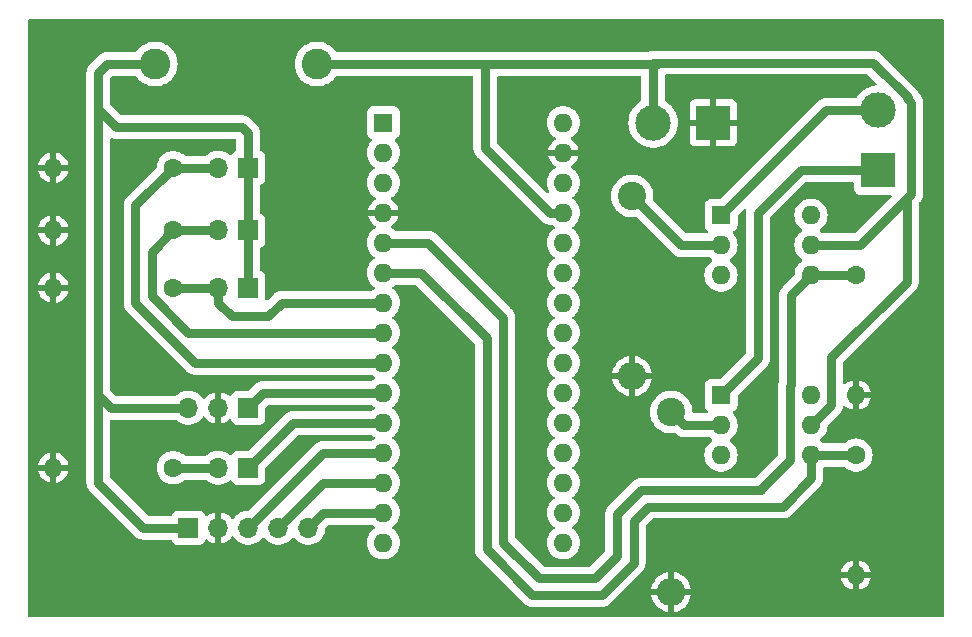
<source format=gbr>
%TF.GenerationSoftware,KiCad,Pcbnew,7.0.9*%
%TF.CreationDate,2024-01-24T13:05:58-05:00*%
%TF.ProjectId,ContadorElectronico,436f6e74-6164-46f7-9245-6c656374726f,rev?*%
%TF.SameCoordinates,Original*%
%TF.FileFunction,Copper,L2,Bot*%
%TF.FilePolarity,Positive*%
%FSLAX46Y46*%
G04 Gerber Fmt 4.6, Leading zero omitted, Abs format (unit mm)*
G04 Created by KiCad (PCBNEW 7.0.9) date 2024-01-24 13:05:58*
%MOMM*%
%LPD*%
G01*
G04 APERTURE LIST*
%TA.AperFunction,ComponentPad*%
%ADD10C,2.400000*%
%TD*%
%TA.AperFunction,ComponentPad*%
%ADD11O,2.400000X2.400000*%
%TD*%
%TA.AperFunction,ComponentPad*%
%ADD12C,2.600000*%
%TD*%
%TA.AperFunction,ComponentPad*%
%ADD13R,1.700000X1.700000*%
%TD*%
%TA.AperFunction,ComponentPad*%
%ADD14O,1.700000X1.700000*%
%TD*%
%TA.AperFunction,ComponentPad*%
%ADD15C,1.600000*%
%TD*%
%TA.AperFunction,ComponentPad*%
%ADD16O,1.600000X1.600000*%
%TD*%
%TA.AperFunction,ComponentPad*%
%ADD17R,3.000000X3.000000*%
%TD*%
%TA.AperFunction,ComponentPad*%
%ADD18C,3.000000*%
%TD*%
%TA.AperFunction,ComponentPad*%
%ADD19R,1.600000X1.600000*%
%TD*%
%TA.AperFunction,Conductor*%
%ADD20C,0.800000*%
%TD*%
%TA.AperFunction,Conductor*%
%ADD21C,0.600000*%
%TD*%
G04 APERTURE END LIST*
D10*
%TO.P,R6,1*%
%TO.N,Net-(R6-Pad1)*%
X102362000Y-41148000D03*
D11*
%TO.P,R6,2*%
%TO.N,GND*%
X102362000Y-56388000D03*
%TD*%
D10*
%TO.P,R5,1*%
%TO.N,Net-(R5-Pad1)*%
X105664000Y-59436000D03*
D11*
%TO.P,R5,2*%
%TO.N,GND*%
X105664000Y-74676000D03*
%TD*%
D12*
%TO.P,J2,1,Pin_1*%
%TO.N,+5V*%
X61976000Y-29972000D03*
%TD*%
%TO.P,J1,1,Pin_1*%
%TO.N,+5V*%
X75692000Y-29972000D03*
%TD*%
D13*
%TO.P,U2,1,VCC*%
%TO.N,+5V*%
X64780000Y-69230000D03*
D14*
%TO.P,U2,2,GND*%
%TO.N,GND*%
X67320000Y-69230000D03*
%TO.P,U2,3,SDI*%
%TO.N,Net-(A1-D9)*%
X69860000Y-69230000D03*
%TO.P,U2,4,SCLK*%
%TO.N,Net-(A1-D10)*%
X72400000Y-69230000D03*
%TO.P,U2,5,LOAD*%
%TO.N,Net-(A1-D11)*%
X74940000Y-69230000D03*
%TD*%
D15*
%TO.P,R11,1*%
%TO.N,/DEC*%
X63510000Y-38750000D03*
D16*
%TO.P,R11,2*%
%TO.N,GND*%
X53350000Y-38750000D03*
%TD*%
D17*
%TO.P,J8,1,Pin_1*%
%TO.N,GND*%
X109220000Y-34940000D03*
D18*
%TO.P,J8,2,Pin_2*%
%TO.N,+5V*%
X104140000Y-34940000D03*
%TD*%
D15*
%TO.P,R12,1*%
%TO.N,Net-(D1-A)*%
X63510000Y-64150000D03*
D16*
%TO.P,R12,2*%
%TO.N,GND*%
X53350000Y-64150000D03*
%TD*%
D15*
%TO.P,R9,1*%
%TO.N,/MODE*%
X63510000Y-48910000D03*
D16*
%TO.P,R9,2*%
%TO.N,GND*%
X53350000Y-48910000D03*
%TD*%
D18*
%TO.P,J7,2,Pin_2*%
%TO.N,/RESET_IN*%
X123214415Y-33865000D03*
D17*
%TO.P,J7,1,Pin_1*%
%TO.N,/COUNT_IN*%
X123214415Y-38945000D03*
%TD*%
D15*
%TO.P,R10,1*%
%TO.N,/INC*%
X63510000Y-44060000D03*
D16*
%TO.P,R10,2*%
%TO.N,GND*%
X53350000Y-44060000D03*
%TD*%
D13*
%TO.P,U5,1,IN*%
%TO.N,/RELAY*%
X69860000Y-59070000D03*
D14*
%TO.P,U5,2,GND*%
%TO.N,GND*%
X67320000Y-59070000D03*
%TO.P,U5,3,VCC*%
%TO.N,+5V*%
X64780000Y-59070000D03*
%TD*%
D19*
%TO.P,U4,1*%
%TO.N,/RESET_IN*%
X109889415Y-42770000D03*
D16*
%TO.P,U4,2*%
%TO.N,Net-(R6-Pad1)*%
X109889415Y-45310000D03*
%TO.P,U4,3,NC*%
%TO.N,unconnected-(U4-NC-Pad3)*%
X109889415Y-47850000D03*
%TO.P,U4,4*%
%TO.N,/RESET*%
X117509415Y-47850000D03*
%TO.P,U4,5*%
%TO.N,+5V*%
X117509415Y-45310000D03*
%TO.P,U4,6*%
%TO.N,unconnected-(U4-Pad6)*%
X117509415Y-42770000D03*
%TD*%
%TO.P,U3,6*%
%TO.N,unconnected-(U3-Pad6)*%
X117509415Y-58010000D03*
%TO.P,U3,5*%
%TO.N,+5V*%
X117509415Y-60550000D03*
%TO.P,U3,4*%
%TO.N,/COUNT*%
X117509415Y-63090000D03*
%TO.P,U3,3,NC*%
%TO.N,unconnected-(U3-NC-Pad3)*%
X109889415Y-63090000D03*
%TO.P,U3,2*%
%TO.N,Net-(R5-Pad1)*%
X109889415Y-60550000D03*
D19*
%TO.P,U3,1*%
%TO.N,/COUNT_IN*%
X109889415Y-58010000D03*
%TD*%
%TO.P,A1,1,D1/TX*%
%TO.N,unconnected-(A1-D1{slash}TX-Pad1)*%
X81300000Y-34940000D03*
D16*
%TO.P,A1,2,D0/RX*%
%TO.N,unconnected-(A1-D0{slash}RX-Pad2)*%
X81300000Y-37480000D03*
%TO.P,A1,3,~{RESET}*%
%TO.N,unconnected-(A1-~{RESET}-Pad3)*%
X81300000Y-40020000D03*
%TO.P,A1,4,GND*%
%TO.N,GND*%
X81300000Y-42560000D03*
%TO.P,A1,5,D2*%
%TO.N,/RESET*%
X81300000Y-45100000D03*
%TO.P,A1,6,D3*%
%TO.N,/COUNT*%
X81300000Y-47640000D03*
%TO.P,A1,7,D4*%
%TO.N,/MODE*%
X81300000Y-50180000D03*
%TO.P,A1,8,D5*%
%TO.N,/INC*%
X81300000Y-52720000D03*
%TO.P,A1,9,D6*%
%TO.N,/DEC*%
X81300000Y-55260000D03*
%TO.P,A1,10,D7*%
%TO.N,/RELAY*%
X81300000Y-57800000D03*
%TO.P,A1,11,D8*%
%TO.N,/MODE_LED*%
X81300000Y-60340000D03*
%TO.P,A1,12,D9*%
%TO.N,Net-(A1-D9)*%
X81300000Y-62880000D03*
%TO.P,A1,13,D10*%
%TO.N,Net-(A1-D10)*%
X81300000Y-65420000D03*
%TO.P,A1,14,D11*%
%TO.N,Net-(A1-D11)*%
X81300000Y-67960000D03*
%TO.P,A1,15,D12*%
%TO.N,unconnected-(A1-D12-Pad15)*%
X81300000Y-70500000D03*
%TO.P,A1,16,D13*%
%TO.N,unconnected-(A1-D13-Pad16)*%
X96540000Y-70500000D03*
%TO.P,A1,17,3V3*%
%TO.N,unconnected-(A1-3V3-Pad17)*%
X96540000Y-67960000D03*
%TO.P,A1,18,AREF*%
%TO.N,unconnected-(A1-AREF-Pad18)*%
X96540000Y-65420000D03*
%TO.P,A1,19,A0*%
%TO.N,unconnected-(A1-A0-Pad19)*%
X96540000Y-62880000D03*
%TO.P,A1,20,A1*%
%TO.N,unconnected-(A1-A1-Pad20)*%
X96540000Y-60340000D03*
%TO.P,A1,21,A2*%
%TO.N,unconnected-(A1-A2-Pad21)*%
X96540000Y-57800000D03*
%TO.P,A1,22,A3*%
%TO.N,unconnected-(A1-A3-Pad22)*%
X96540000Y-55260000D03*
%TO.P,A1,23,A4*%
%TO.N,unconnected-(A1-A4-Pad23)*%
X96540000Y-52720000D03*
%TO.P,A1,24,A5*%
%TO.N,unconnected-(A1-A5-Pad24)*%
X96540000Y-50180000D03*
%TO.P,A1,25,A6*%
%TO.N,unconnected-(A1-A6-Pad25)*%
X96540000Y-47640000D03*
%TO.P,A1,26,A7*%
%TO.N,unconnected-(A1-A7-Pad26)*%
X96540000Y-45100000D03*
%TO.P,A1,27,+5V*%
%TO.N,+5V*%
X96540000Y-42560000D03*
%TO.P,A1,28,~{RESET}*%
%TO.N,unconnected-(A1-~{RESET}-Pad28)*%
X96540000Y-40020000D03*
%TO.P,A1,29,GND*%
%TO.N,GND*%
X96540000Y-37480000D03*
%TO.P,A1,30,VIN*%
%TO.N,unconnected-(A1-VIN-Pad30)*%
X96540000Y-34940000D03*
%TD*%
D13*
%TO.P,SW2,1,1*%
%TO.N,+5V*%
X69860000Y-44060000D03*
D14*
%TO.P,SW2,2,2*%
%TO.N,/INC*%
X67320000Y-44060000D03*
%TD*%
D13*
%TO.P,D1,1,K*%
%TO.N,/MODE_LED*%
X69860000Y-64150000D03*
D14*
%TO.P,D1,2,A*%
%TO.N,Net-(D1-A)*%
X67320000Y-64150000D03*
%TD*%
D15*
%TO.P,R8,1*%
%TO.N,/RESET*%
X121309415Y-47835000D03*
D16*
%TO.P,R8,2*%
%TO.N,GND*%
X121309415Y-57995000D03*
%TD*%
%TO.P,R7,2*%
%TO.N,GND*%
X121309415Y-73235000D03*
D15*
%TO.P,R7,1*%
%TO.N,/COUNT*%
X121309415Y-63075000D03*
%TD*%
D13*
%TO.P,SW3,1,1*%
%TO.N,+5V*%
X69860000Y-38750000D03*
D14*
%TO.P,SW3,2,2*%
%TO.N,/DEC*%
X67320000Y-38750000D03*
%TD*%
D13*
%TO.P,SW1,1,1*%
%TO.N,+5V*%
X69860000Y-48910000D03*
D14*
%TO.P,SW1,2,2*%
%TO.N,/MODE*%
X67320000Y-48910000D03*
%TD*%
D20*
%TO.N,Net-(R5-Pad1)*%
X106778000Y-60550000D02*
X105664000Y-59436000D01*
X109889415Y-60550000D02*
X106778000Y-60550000D01*
%TO.N,Net-(R6-Pad1)*%
X102362000Y-41148000D02*
X106524000Y-45310000D01*
X106524000Y-45310000D02*
X109889415Y-45310000D01*
%TO.N,+5V*%
X69860000Y-38750000D02*
X69860000Y-35804000D01*
X69860000Y-35804000D02*
X69362000Y-35306000D01*
X58684000Y-35306000D02*
X57160000Y-33782000D01*
X57160000Y-33782000D02*
X57160000Y-30724000D01*
X57160000Y-57995000D02*
X57160000Y-33782000D01*
X69362000Y-35306000D02*
X58684000Y-35306000D01*
X57160000Y-30724000D02*
X57912000Y-29972000D01*
X57912000Y-29972000D02*
X61976000Y-29972000D01*
%TO.N,/COUNT*%
X84470000Y-47640000D02*
X81300000Y-47640000D01*
X90040000Y-53210000D02*
X84470000Y-47640000D01*
X90040000Y-71064898D02*
X90040000Y-53210000D01*
X99769898Y-74930000D02*
X93905102Y-74930000D01*
X102492000Y-72207898D02*
X99769898Y-74930000D01*
X115133830Y-67440000D02*
X103703898Y-67440000D01*
X103703898Y-67440000D02*
X102492000Y-68651898D01*
X117509415Y-65064415D02*
X115133830Y-67440000D01*
X117509415Y-63090000D02*
X117509415Y-65064415D01*
X102492000Y-68651898D02*
X102492000Y-72207898D01*
X93905102Y-74930000D02*
X90040000Y-71064898D01*
%TO.N,/RESET*%
X113284000Y-65925415D02*
X115709415Y-63500000D01*
X113284000Y-66040000D02*
X113284000Y-65925415D01*
X103124000Y-66040000D02*
X113284000Y-66040000D01*
X99190000Y-73530000D02*
X101092000Y-71628000D01*
X94485000Y-73530000D02*
X99190000Y-73530000D01*
X101092000Y-71628000D02*
X101092000Y-68072000D01*
X91440000Y-70485000D02*
X94485000Y-73530000D01*
X91440000Y-51435000D02*
X91440000Y-70485000D01*
X101092000Y-68072000D02*
X103124000Y-66040000D01*
X85105000Y-45100000D02*
X91440000Y-51435000D01*
X81300000Y-45100000D02*
X85105000Y-45100000D01*
X115709415Y-57264415D02*
X115709415Y-63500000D01*
%TO.N,+5V*%
X125984000Y-33240472D02*
X125984000Y-40975415D01*
X125984000Y-40975415D02*
X125614415Y-41345000D01*
X125614415Y-32870887D02*
X125984000Y-33240472D01*
X122729949Y-29845000D02*
X125685126Y-32800177D01*
X104648000Y-29845000D02*
X122729949Y-29845000D01*
X89916000Y-37067370D02*
X89916000Y-29972000D01*
X95408630Y-42560000D02*
X89916000Y-37067370D01*
X96540000Y-42560000D02*
X95408630Y-42560000D01*
X75692000Y-29972000D02*
X89916000Y-29972000D01*
X89916000Y-29972000D02*
X104521000Y-29972000D01*
%TO.N,/RESET*%
X115809415Y-57164415D02*
X115709415Y-57264415D01*
X117509415Y-47850000D02*
X115809415Y-49550000D01*
X115809415Y-49550000D02*
X115809415Y-57164415D01*
%TO.N,+5V*%
X104521000Y-29972000D02*
X104648000Y-29845000D01*
X104140000Y-29845000D02*
X104648000Y-29845000D01*
X104140000Y-34940000D02*
X104140000Y-29845000D01*
X104140000Y-36091370D02*
X104140000Y-34940000D01*
%TO.N,/COUNT_IN*%
X113030000Y-54869415D02*
X109889415Y-58010000D01*
X116630000Y-38945000D02*
X113030000Y-42545000D01*
X113030000Y-42545000D02*
X113030000Y-54869415D01*
X123214415Y-38945000D02*
X116630000Y-38945000D01*
%TO.N,+5V*%
X125614415Y-48400585D02*
X125614415Y-41345000D01*
X119209415Y-54805585D02*
X125614415Y-48400585D01*
X119209415Y-58850000D02*
X119209415Y-54805585D01*
X117509415Y-60550000D02*
X119209415Y-58850000D01*
X125614415Y-41345000D02*
X121649415Y-45310000D01*
X121649415Y-45310000D02*
X117509415Y-45310000D01*
%TO.N,/RESET_IN*%
X118794415Y-33865000D02*
X109889415Y-42770000D01*
X123214415Y-33865000D02*
X118794415Y-33865000D01*
D21*
%TO.N,Net-(R6-Pad1)*%
X109874415Y-45295000D02*
X109889415Y-45310000D01*
D20*
%TO.N,/RESET*%
X121294415Y-47850000D02*
X121309415Y-47835000D01*
X117509415Y-47850000D02*
X121294415Y-47850000D01*
%TO.N,Net-(R5-Pad1)*%
X109874415Y-60535000D02*
X109889415Y-60550000D01*
%TO.N,/COUNT*%
X121294415Y-63090000D02*
X121309415Y-63075000D01*
X117509415Y-63090000D02*
X121294415Y-63090000D01*
%TO.N,+5V*%
X64780000Y-59070000D02*
X58235000Y-59070000D01*
X58235000Y-59070000D02*
X57160000Y-57995000D01*
X57160000Y-65420000D02*
X57160000Y-57995000D01*
X69860000Y-44060000D02*
X69860000Y-38750000D01*
X60970000Y-69230000D02*
X57160000Y-65420000D01*
X69860000Y-48910000D02*
X69860000Y-44060000D01*
X64780000Y-69230000D02*
X60970000Y-69230000D01*
%TO.N,/MODE*%
X71550000Y-51320000D02*
X72690000Y-50180000D01*
X63510000Y-48910000D02*
X67320000Y-48910000D01*
X67320000Y-50180000D02*
X68460000Y-51320000D01*
X68460000Y-51320000D02*
X71550000Y-51320000D01*
X72690000Y-50180000D02*
X81300000Y-50180000D01*
X67320000Y-48910000D02*
X67320000Y-50180000D01*
%TO.N,/INC*%
X63510000Y-44060000D02*
X67320000Y-44060000D01*
X61710000Y-49655585D02*
X61710000Y-45860000D01*
X81300000Y-52720000D02*
X64774415Y-52720000D01*
X64774415Y-52720000D02*
X61710000Y-49655585D01*
X61710000Y-45860000D02*
X63510000Y-44060000D01*
%TO.N,/DEC*%
X81300000Y-55260000D02*
X65334517Y-55260000D01*
X65334517Y-55260000D02*
X60310000Y-50235483D01*
X63510000Y-38750000D02*
X67320000Y-38750000D01*
X60310000Y-50235483D02*
X60310000Y-41950000D01*
X60310000Y-41950000D02*
X63510000Y-38750000D01*
%TO.N,Net-(D1-A)*%
X63510000Y-64150000D02*
X67320000Y-64150000D01*
%TO.N,/MODE_LED*%
X73670000Y-60340000D02*
X81300000Y-60340000D01*
X69860000Y-64150000D02*
X73670000Y-60340000D01*
%TO.N,/RELAY*%
X71130000Y-57800000D02*
X81300000Y-57800000D01*
X69860000Y-59070000D02*
X71130000Y-57800000D01*
%TO.N,Net-(A1-D9)*%
X76210000Y-62880000D02*
X81300000Y-62880000D01*
X76210000Y-62880000D02*
X69860000Y-69230000D01*
%TO.N,Net-(A1-D10)*%
X76210000Y-65420000D02*
X81300000Y-65420000D01*
X76210000Y-65420000D02*
X72400000Y-69230000D01*
%TO.N,Net-(A1-D11)*%
X76210000Y-67960000D02*
X74940000Y-69230000D01*
X76210000Y-67960000D02*
X81300000Y-67960000D01*
%TD*%
%TA.AperFunction,Conductor*%
%TO.N,GND*%
G36*
X80330575Y-58820185D02*
G01*
X80347521Y-58833272D01*
X80348204Y-58833901D01*
X80348216Y-58833913D01*
X80442137Y-58907014D01*
X80525819Y-58972147D01*
X80566632Y-59028857D01*
X80570306Y-59098630D01*
X80535674Y-59159313D01*
X80525819Y-59167853D01*
X80435332Y-59238282D01*
X80348216Y-59306087D01*
X80348210Y-59306092D01*
X80347521Y-59306728D01*
X80347172Y-59306899D01*
X80344170Y-59309237D01*
X80343689Y-59308619D01*
X80284867Y-59337652D01*
X80263536Y-59339500D01*
X73682717Y-59339500D01*
X73593637Y-59337243D01*
X73593628Y-59337243D01*
X73533260Y-59348064D01*
X73528595Y-59348718D01*
X73467563Y-59354925D01*
X73467555Y-59354927D01*
X73434781Y-59365210D01*
X73427154Y-59367082D01*
X73393350Y-59373141D01*
X73336384Y-59395894D01*
X73331948Y-59397473D01*
X73273414Y-59415840D01*
X73273412Y-59415841D01*
X73243385Y-59432506D01*
X73236293Y-59435874D01*
X73204383Y-59448621D01*
X73153154Y-59482383D01*
X73149126Y-59484824D01*
X73095502Y-59514588D01*
X73095499Y-59514590D01*
X73069427Y-59536970D01*
X73063160Y-59541695D01*
X73034482Y-59560598D01*
X73034475Y-59560603D01*
X72991116Y-59603962D01*
X72987661Y-59607164D01*
X72941106Y-59647132D01*
X72941105Y-59647133D01*
X72920076Y-59674300D01*
X72914884Y-59680194D01*
X69931897Y-62663181D01*
X69870574Y-62696666D01*
X69844216Y-62699500D01*
X68970636Y-62699500D01*
X68853246Y-62714953D01*
X68853237Y-62714956D01*
X68707160Y-62775463D01*
X68581718Y-62871718D01*
X68485463Y-62997160D01*
X68478247Y-63014581D01*
X68434404Y-63068983D01*
X68368109Y-63091046D01*
X68300410Y-63073765D01*
X68287525Y-63064978D01*
X68116075Y-62931533D01*
X68116069Y-62931529D01*
X67904657Y-62817118D01*
X67904652Y-62817116D01*
X67677300Y-62739066D01*
X67499468Y-62709391D01*
X67440192Y-62699500D01*
X67199808Y-62699500D01*
X67152387Y-62707413D01*
X66962699Y-62739066D01*
X66735347Y-62817116D01*
X66735342Y-62817118D01*
X66523930Y-62931529D01*
X66523924Y-62931533D01*
X66334242Y-63079169D01*
X66334232Y-63079178D01*
X66306335Y-63109483D01*
X66246448Y-63145474D01*
X66215106Y-63149500D01*
X64546464Y-63149500D01*
X64479425Y-63129815D01*
X64462479Y-63116728D01*
X64461794Y-63116098D01*
X64461784Y-63116087D01*
X64308985Y-62997159D01*
X64278628Y-62973531D01*
X64074504Y-62863064D01*
X64074495Y-62863061D01*
X63854984Y-62787702D01*
X63683282Y-62759050D01*
X63626049Y-62749500D01*
X63393951Y-62749500D01*
X63348164Y-62757140D01*
X63165015Y-62787702D01*
X62945504Y-62863061D01*
X62945495Y-62863064D01*
X62741371Y-62973531D01*
X62741365Y-62973535D01*
X62558222Y-63116081D01*
X62558219Y-63116084D01*
X62558216Y-63116086D01*
X62558216Y-63116087D01*
X62527457Y-63149500D01*
X62401016Y-63286852D01*
X62274075Y-63481151D01*
X62180842Y-63693699D01*
X62123866Y-63918691D01*
X62123864Y-63918702D01*
X62104700Y-64149993D01*
X62104700Y-64150006D01*
X62123864Y-64381297D01*
X62123866Y-64381308D01*
X62180842Y-64606300D01*
X62274075Y-64818848D01*
X62401016Y-65013147D01*
X62401019Y-65013151D01*
X62401021Y-65013153D01*
X62558216Y-65183913D01*
X62558219Y-65183915D01*
X62558222Y-65183918D01*
X62741365Y-65326464D01*
X62741371Y-65326468D01*
X62741374Y-65326470D01*
X62945497Y-65436936D01*
X63059487Y-65476068D01*
X63165015Y-65512297D01*
X63165017Y-65512297D01*
X63165019Y-65512298D01*
X63393951Y-65550500D01*
X63393952Y-65550500D01*
X63626048Y-65550500D01*
X63626049Y-65550500D01*
X63854981Y-65512298D01*
X64074503Y-65436936D01*
X64278626Y-65326470D01*
X64461784Y-65183913D01*
X64461800Y-65183895D01*
X64462479Y-65183272D01*
X64462827Y-65183100D01*
X64465830Y-65180763D01*
X64466310Y-65181380D01*
X64525133Y-65152348D01*
X64546464Y-65150500D01*
X66215106Y-65150500D01*
X66282145Y-65170185D01*
X66306335Y-65190517D01*
X66334232Y-65220821D01*
X66334242Y-65220830D01*
X66523924Y-65368466D01*
X66523930Y-65368470D01*
X66523933Y-65368472D01*
X66735344Y-65482882D01*
X66735347Y-65482883D01*
X66962699Y-65560933D01*
X66962701Y-65560933D01*
X66962703Y-65560934D01*
X67199808Y-65600500D01*
X67199809Y-65600500D01*
X67440191Y-65600500D01*
X67440192Y-65600500D01*
X67677297Y-65560934D01*
X67904656Y-65482882D01*
X68116067Y-65368472D01*
X68287525Y-65235020D01*
X68352518Y-65209378D01*
X68421058Y-65222944D01*
X68471383Y-65271412D01*
X68478247Y-65285419D01*
X68485462Y-65302838D01*
X68485463Y-65302839D01*
X68485464Y-65302841D01*
X68581718Y-65428282D01*
X68707159Y-65524536D01*
X68853238Y-65585044D01*
X68970639Y-65600500D01*
X70749360Y-65600499D01*
X70749363Y-65600499D01*
X70866753Y-65585046D01*
X70866757Y-65585044D01*
X70866762Y-65585044D01*
X71012841Y-65524536D01*
X71138282Y-65428282D01*
X71234536Y-65302841D01*
X71295044Y-65156762D01*
X71310500Y-65039361D01*
X71310499Y-64165781D01*
X71330183Y-64098743D01*
X71346813Y-64078106D01*
X74048102Y-61376819D01*
X74109425Y-61343334D01*
X74135783Y-61340500D01*
X80263536Y-61340500D01*
X80330575Y-61360185D01*
X80347521Y-61373272D01*
X80348204Y-61373901D01*
X80348216Y-61373913D01*
X80450456Y-61453489D01*
X80525819Y-61512147D01*
X80566632Y-61568857D01*
X80570306Y-61638630D01*
X80535674Y-61699313D01*
X80525819Y-61707853D01*
X80434595Y-61778856D01*
X80348216Y-61846087D01*
X80348210Y-61846092D01*
X80347521Y-61846728D01*
X80347172Y-61846899D01*
X80344170Y-61849237D01*
X80343689Y-61848619D01*
X80284867Y-61877652D01*
X80263536Y-61879500D01*
X76222699Y-61879500D01*
X76133639Y-61877242D01*
X76133635Y-61877242D01*
X76081823Y-61886529D01*
X76073254Y-61888064D01*
X76068595Y-61888718D01*
X76007564Y-61894925D01*
X76007562Y-61894926D01*
X75974780Y-61905210D01*
X75967156Y-61907081D01*
X75959308Y-61908488D01*
X75933349Y-61913141D01*
X75876381Y-61935895D01*
X75871945Y-61937474D01*
X75813414Y-61955840D01*
X75813410Y-61955842D01*
X75783378Y-61972510D01*
X75776284Y-61975879D01*
X75744382Y-61988623D01*
X75744377Y-61988625D01*
X75693156Y-62022381D01*
X75689128Y-62024822D01*
X75635501Y-62054588D01*
X75609434Y-62076965D01*
X75603165Y-62081692D01*
X75574484Y-62100595D01*
X75574478Y-62100600D01*
X75531109Y-62143968D01*
X75527655Y-62147169D01*
X75481102Y-62187136D01*
X75460076Y-62214298D01*
X75454885Y-62220192D01*
X69931899Y-67743181D01*
X69870576Y-67776666D01*
X69844218Y-67779500D01*
X69739808Y-67779500D01*
X69692387Y-67787413D01*
X69502699Y-67819066D01*
X69275347Y-67897116D01*
X69275342Y-67897118D01*
X69063930Y-68011529D01*
X69063924Y-68011533D01*
X68874242Y-68159169D01*
X68874239Y-68159172D01*
X68874236Y-68159174D01*
X68874236Y-68159175D01*
X68844118Y-68191892D01*
X68711430Y-68336029D01*
X68711427Y-68336033D01*
X68633401Y-68455460D01*
X68580254Y-68500817D01*
X68511023Y-68510240D01*
X68447688Y-68480737D01*
X68428018Y-68458761D01*
X68358113Y-68358926D01*
X68358108Y-68358920D01*
X68191082Y-68191894D01*
X67997578Y-68056399D01*
X67783492Y-67956570D01*
X67783486Y-67956567D01*
X67570000Y-67899364D01*
X67570000Y-68794498D01*
X67462315Y-68745320D01*
X67355763Y-68730000D01*
X67284237Y-68730000D01*
X67177685Y-68745320D01*
X67070000Y-68794498D01*
X67070000Y-67899364D01*
X67069999Y-67899364D01*
X66856513Y-67956567D01*
X66856507Y-67956570D01*
X66642422Y-68056399D01*
X66642420Y-68056400D01*
X66448926Y-68191886D01*
X66448919Y-68191892D01*
X66405586Y-68235225D01*
X66344263Y-68268709D01*
X66274571Y-68263724D01*
X66218638Y-68221852D01*
X66203345Y-68194995D01*
X66202057Y-68191886D01*
X66154536Y-68077159D01*
X66058282Y-67951718D01*
X65932841Y-67855464D01*
X65879419Y-67833336D01*
X65786762Y-67794956D01*
X65786760Y-67794955D01*
X65669370Y-67779501D01*
X65669367Y-67779500D01*
X65669361Y-67779500D01*
X65669354Y-67779500D01*
X63890636Y-67779500D01*
X63773246Y-67794953D01*
X63773237Y-67794956D01*
X63627160Y-67855463D01*
X63501718Y-67951718D01*
X63405463Y-68077160D01*
X63374069Y-68152953D01*
X63330228Y-68207356D01*
X63263934Y-68229421D01*
X63259508Y-68229500D01*
X61435782Y-68229500D01*
X61368743Y-68209815D01*
X61348101Y-68193181D01*
X58196819Y-65041899D01*
X58163334Y-64980576D01*
X58160500Y-64954218D01*
X58160500Y-60197279D01*
X58180185Y-60130240D01*
X58232989Y-60084485D01*
X58268833Y-60074273D01*
X58274287Y-60073578D01*
X58294560Y-60070996D01*
X58302390Y-60070500D01*
X63675106Y-60070500D01*
X63742145Y-60090185D01*
X63766335Y-60110517D01*
X63794232Y-60140821D01*
X63794242Y-60140830D01*
X63983924Y-60288466D01*
X63983930Y-60288470D01*
X63983933Y-60288472D01*
X64195344Y-60402882D01*
X64195347Y-60402883D01*
X64422699Y-60480933D01*
X64422701Y-60480933D01*
X64422703Y-60480934D01*
X64659808Y-60520500D01*
X64659809Y-60520500D01*
X64900191Y-60520500D01*
X64900192Y-60520500D01*
X65137297Y-60480934D01*
X65364656Y-60402882D01*
X65576067Y-60288472D01*
X65765764Y-60140825D01*
X65928571Y-59963969D01*
X66006599Y-59844537D01*
X66059744Y-59799183D01*
X66128975Y-59789759D01*
X66192311Y-59819261D01*
X66211980Y-59841237D01*
X66281890Y-59941078D01*
X66448917Y-60108105D01*
X66642421Y-60243600D01*
X66856507Y-60343429D01*
X66856516Y-60343433D01*
X67070000Y-60400634D01*
X67070000Y-59505501D01*
X67177685Y-59554680D01*
X67284237Y-59570000D01*
X67355763Y-59570000D01*
X67462315Y-59554680D01*
X67570000Y-59505501D01*
X67570000Y-60400633D01*
X67783483Y-60343433D01*
X67783492Y-60343429D01*
X67997578Y-60243600D01*
X68191081Y-60108106D01*
X68234411Y-60064776D01*
X68295734Y-60031290D01*
X68365425Y-60036274D01*
X68421359Y-60078145D01*
X68436653Y-60105001D01*
X68485464Y-60222841D01*
X68581718Y-60348282D01*
X68707159Y-60444536D01*
X68853238Y-60505044D01*
X68970639Y-60520500D01*
X70749360Y-60520499D01*
X70749363Y-60520499D01*
X70866753Y-60505046D01*
X70866757Y-60505044D01*
X70866762Y-60505044D01*
X71012841Y-60444536D01*
X71138282Y-60348282D01*
X71234536Y-60222841D01*
X71295044Y-60076762D01*
X71310500Y-59959361D01*
X71310499Y-59085781D01*
X71330183Y-59018743D01*
X71346813Y-58998105D01*
X71508102Y-58836816D01*
X71569424Y-58803334D01*
X71595782Y-58800500D01*
X80263536Y-58800500D01*
X80330575Y-58820185D01*
G37*
%TD.AperFunction*%
%TA.AperFunction,Conductor*%
G36*
X58318605Y-36242099D02*
G01*
X58333708Y-36246420D01*
X58343962Y-36249354D01*
X58351365Y-36251989D01*
X58382940Y-36265539D01*
X58382941Y-36265540D01*
X58396054Y-36268234D01*
X58443055Y-36277892D01*
X58447595Y-36279006D01*
X58506582Y-36295886D01*
X58540841Y-36298494D01*
X58548609Y-36299585D01*
X58582255Y-36306500D01*
X58582259Y-36306500D01*
X58643601Y-36306500D01*
X58648308Y-36306678D01*
X58684651Y-36309446D01*
X58709475Y-36311337D01*
X58709475Y-36311336D01*
X58709476Y-36311337D01*
X58743559Y-36306996D01*
X58751389Y-36306500D01*
X68735500Y-36306500D01*
X68802539Y-36326185D01*
X68848294Y-36378989D01*
X68859500Y-36430500D01*
X68859500Y-37229508D01*
X68839815Y-37296547D01*
X68787011Y-37342302D01*
X68782953Y-37344069D01*
X68707160Y-37375463D01*
X68581718Y-37471718D01*
X68485463Y-37597160D01*
X68478247Y-37614581D01*
X68434404Y-37668983D01*
X68368109Y-37691046D01*
X68300410Y-37673765D01*
X68287525Y-37664978D01*
X68116075Y-37531533D01*
X68116069Y-37531529D01*
X67904657Y-37417118D01*
X67904652Y-37417116D01*
X67677300Y-37339066D01*
X67499468Y-37309391D01*
X67440192Y-37299500D01*
X67199808Y-37299500D01*
X67181333Y-37302583D01*
X66962699Y-37339066D01*
X66735347Y-37417116D01*
X66735342Y-37417118D01*
X66523930Y-37531529D01*
X66523924Y-37531533D01*
X66334242Y-37679169D01*
X66334232Y-37679178D01*
X66306335Y-37709483D01*
X66246448Y-37745474D01*
X66215106Y-37749500D01*
X64546464Y-37749500D01*
X64479425Y-37729815D01*
X64462479Y-37716728D01*
X64461794Y-37716098D01*
X64461784Y-37716087D01*
X64308985Y-37597159D01*
X64278628Y-37573531D01*
X64074504Y-37463064D01*
X64074495Y-37463061D01*
X63854984Y-37387702D01*
X63683282Y-37359050D01*
X63626049Y-37349500D01*
X63393951Y-37349500D01*
X63348164Y-37357140D01*
X63165015Y-37387702D01*
X62945504Y-37463061D01*
X62945495Y-37463064D01*
X62741371Y-37573531D01*
X62741365Y-37573535D01*
X62558222Y-37716081D01*
X62558219Y-37716084D01*
X62558216Y-37716086D01*
X62558216Y-37716087D01*
X62530444Y-37746256D01*
X62401016Y-37886852D01*
X62274075Y-38081151D01*
X62180842Y-38293699D01*
X62123866Y-38518691D01*
X62123864Y-38518703D01*
X62109322Y-38694210D01*
X62084169Y-38759395D01*
X62073427Y-38771651D01*
X59611532Y-41233546D01*
X59546946Y-41294942D01*
X59511899Y-41345294D01*
X59509062Y-41349056D01*
X59470302Y-41396592D01*
X59470299Y-41396597D01*
X59454392Y-41427047D01*
X59450324Y-41433761D01*
X59430702Y-41461954D01*
X59406509Y-41518330D01*
X59404488Y-41522584D01*
X59376091Y-41576951D01*
X59376090Y-41576952D01*
X59366640Y-41609975D01*
X59364007Y-41617371D01*
X59350459Y-41648943D01*
X59338113Y-41709019D01*
X59336990Y-41713595D01*
X59320113Y-41772577D01*
X59320113Y-41772579D01*
X59317503Y-41806841D01*
X59316414Y-41814608D01*
X59310980Y-41841052D01*
X59309500Y-41848258D01*
X59309500Y-41909597D01*
X59309321Y-41914306D01*
X59304662Y-41975474D01*
X59306707Y-41991527D01*
X59309003Y-42009560D01*
X59309500Y-42017388D01*
X59309500Y-50222766D01*
X59307243Y-50311845D01*
X59307243Y-50311853D01*
X59318064Y-50372222D01*
X59318718Y-50376887D01*
X59324925Y-50437913D01*
X59324927Y-50437927D01*
X59335208Y-50470696D01*
X59337079Y-50478320D01*
X59343142Y-50512135D01*
X59343142Y-50512138D01*
X59365894Y-50569095D01*
X59367474Y-50573534D01*
X59385841Y-50632071D01*
X59385844Y-50632078D01*
X59402509Y-50662102D01*
X59405879Y-50669197D01*
X59418528Y-50700863D01*
X59418622Y-50701097D01*
X59418627Y-50701107D01*
X59452377Y-50752316D01*
X59454818Y-50756346D01*
X59484588Y-50809981D01*
X59484589Y-50809982D01*
X59484591Y-50809985D01*
X59506968Y-50836050D01*
X59511693Y-50842318D01*
X59515997Y-50848848D01*
X59530598Y-50871002D01*
X59573978Y-50914382D01*
X59577169Y-50917826D01*
X59617131Y-50964375D01*
X59617130Y-50964375D01*
X59644299Y-50985406D01*
X59650186Y-50990590D01*
X64618064Y-55958467D01*
X64679458Y-56023053D01*
X64679461Y-56023055D01*
X64679464Y-56023058D01*
X64713570Y-56046795D01*
X64729820Y-56058106D01*
X64733561Y-56060926D01*
X64781110Y-56099698D01*
X64811562Y-56115604D01*
X64818273Y-56119671D01*
X64838746Y-56133920D01*
X64846468Y-56139295D01*
X64902846Y-56163489D01*
X64907095Y-56165507D01*
X64961468Y-56193909D01*
X64989006Y-56201788D01*
X64994491Y-56203358D01*
X65001885Y-56205990D01*
X65033459Y-56219540D01*
X65033462Y-56219540D01*
X65033463Y-56219541D01*
X65093539Y-56231887D01*
X65098117Y-56233010D01*
X65112018Y-56236987D01*
X65157099Y-56249887D01*
X65191356Y-56252495D01*
X65199131Y-56253586D01*
X65232772Y-56260500D01*
X65232776Y-56260500D01*
X65294115Y-56260500D01*
X65298821Y-56260678D01*
X65333579Y-56263325D01*
X65359992Y-56265337D01*
X65359992Y-56265336D01*
X65359993Y-56265337D01*
X65394076Y-56260996D01*
X65401906Y-56260500D01*
X80263536Y-56260500D01*
X80330575Y-56280185D01*
X80347521Y-56293272D01*
X80348204Y-56293901D01*
X80348216Y-56293913D01*
X80475696Y-56393134D01*
X80525819Y-56432147D01*
X80566632Y-56488857D01*
X80570306Y-56558630D01*
X80535674Y-56619313D01*
X80525819Y-56627853D01*
X80445216Y-56690589D01*
X80348216Y-56766087D01*
X80348210Y-56766092D01*
X80347521Y-56766728D01*
X80347172Y-56766899D01*
X80344170Y-56769237D01*
X80343689Y-56768619D01*
X80284867Y-56797652D01*
X80263536Y-56799500D01*
X71142677Y-56799500D01*
X71053637Y-56797244D01*
X71053626Y-56797245D01*
X70993271Y-56808062D01*
X70988607Y-56808716D01*
X70927563Y-56814925D01*
X70927555Y-56814927D01*
X70894781Y-56825210D01*
X70887153Y-56827082D01*
X70853349Y-56833141D01*
X70796381Y-56855895D01*
X70791945Y-56857474D01*
X70733414Y-56875840D01*
X70733410Y-56875842D01*
X70703378Y-56892510D01*
X70696284Y-56895879D01*
X70664382Y-56908623D01*
X70664377Y-56908625D01*
X70613156Y-56942381D01*
X70609128Y-56944822D01*
X70555501Y-56974588D01*
X70529434Y-56996965D01*
X70523165Y-57001692D01*
X70494484Y-57020595D01*
X70494478Y-57020600D01*
X70451109Y-57063968D01*
X70447655Y-57067169D01*
X70401102Y-57107136D01*
X70380076Y-57134298D01*
X70374885Y-57140192D01*
X69931896Y-57583181D01*
X69870573Y-57616666D01*
X69844215Y-57619500D01*
X68970636Y-57619500D01*
X68853246Y-57634953D01*
X68853237Y-57634956D01*
X68707160Y-57695463D01*
X68581718Y-57791718D01*
X68485463Y-57917160D01*
X68436654Y-58034996D01*
X68392813Y-58089399D01*
X68326519Y-58111464D01*
X68258819Y-58094185D01*
X68234412Y-58075224D01*
X68191082Y-58031894D01*
X67997578Y-57896399D01*
X67783492Y-57796570D01*
X67783486Y-57796567D01*
X67570000Y-57739364D01*
X67570000Y-58634498D01*
X67462315Y-58585320D01*
X67355763Y-58570000D01*
X67284237Y-58570000D01*
X67177685Y-58585320D01*
X67070000Y-58634498D01*
X67070000Y-57739364D01*
X67069999Y-57739364D01*
X66856513Y-57796567D01*
X66856507Y-57796570D01*
X66642422Y-57896399D01*
X66642420Y-57896400D01*
X66448926Y-58031886D01*
X66448920Y-58031891D01*
X66281891Y-58198920D01*
X66281890Y-58198922D01*
X66211981Y-58298762D01*
X66157404Y-58342387D01*
X66087905Y-58349579D01*
X66025551Y-58318057D01*
X66006598Y-58295460D01*
X65928571Y-58176031D01*
X65765764Y-57999175D01*
X65765759Y-57999171D01*
X65765757Y-57999169D01*
X65576075Y-57851533D01*
X65576069Y-57851529D01*
X65364657Y-57737118D01*
X65364652Y-57737116D01*
X65137300Y-57659066D01*
X64959468Y-57629391D01*
X64900192Y-57619500D01*
X64659808Y-57619500D01*
X64612387Y-57627413D01*
X64422699Y-57659066D01*
X64195347Y-57737116D01*
X64195342Y-57737118D01*
X63983930Y-57851529D01*
X63983924Y-57851533D01*
X63794242Y-57999169D01*
X63794232Y-57999178D01*
X63766335Y-58029483D01*
X63706448Y-58065474D01*
X63675106Y-58069500D01*
X58700782Y-58069500D01*
X58633743Y-58049815D01*
X58613101Y-58033181D01*
X58196819Y-57616899D01*
X58163334Y-57555576D01*
X58160500Y-57529218D01*
X58160500Y-36361316D01*
X58180185Y-36294277D01*
X58232989Y-36248522D01*
X58302147Y-36238578D01*
X58318605Y-36242099D01*
G37*
%TD.AperFunction*%
%TA.AperFunction,Conductor*%
G36*
X128742539Y-26220185D02*
G01*
X128788294Y-26272989D01*
X128799500Y-26324500D01*
X128799500Y-76675500D01*
X128779815Y-76742539D01*
X128727011Y-76788294D01*
X128675500Y-76799500D01*
X51324500Y-76799500D01*
X51257461Y-76779815D01*
X51211706Y-76727011D01*
X51200500Y-76675500D01*
X51200500Y-63899999D01*
X52071127Y-63899999D01*
X52071128Y-63900000D01*
X53034314Y-63900000D01*
X53022359Y-63911955D01*
X52964835Y-64024852D01*
X52945014Y-64150000D01*
X52964835Y-64275148D01*
X53022359Y-64388045D01*
X53034314Y-64400000D01*
X52071128Y-64400000D01*
X52123730Y-64596317D01*
X52123734Y-64596326D01*
X52219865Y-64802482D01*
X52350342Y-64988820D01*
X52511179Y-65149657D01*
X52697517Y-65280134D01*
X52903673Y-65376265D01*
X52903682Y-65376269D01*
X53099999Y-65428872D01*
X53100000Y-65428871D01*
X53100000Y-64465686D01*
X53111955Y-64477641D01*
X53224852Y-64535165D01*
X53318519Y-64550000D01*
X53381481Y-64550000D01*
X53475148Y-64535165D01*
X53588045Y-64477641D01*
X53600000Y-64465686D01*
X53600000Y-65428872D01*
X53796317Y-65376269D01*
X53796326Y-65376265D01*
X54002482Y-65280134D01*
X54188820Y-65149657D01*
X54349657Y-64988820D01*
X54480134Y-64802482D01*
X54576265Y-64596326D01*
X54576269Y-64596317D01*
X54628872Y-64400000D01*
X53665686Y-64400000D01*
X53677641Y-64388045D01*
X53735165Y-64275148D01*
X53754986Y-64150000D01*
X53735165Y-64024852D01*
X53677641Y-63911955D01*
X53665686Y-63900000D01*
X54628872Y-63900000D01*
X54628872Y-63899999D01*
X54576269Y-63703682D01*
X54576265Y-63703673D01*
X54480134Y-63497517D01*
X54349657Y-63311179D01*
X54188820Y-63150342D01*
X54002482Y-63019865D01*
X53796328Y-62923734D01*
X53600000Y-62871127D01*
X53600000Y-63834314D01*
X53588045Y-63822359D01*
X53475148Y-63764835D01*
X53381481Y-63750000D01*
X53318519Y-63750000D01*
X53224852Y-63764835D01*
X53111955Y-63822359D01*
X53100000Y-63834314D01*
X53100000Y-62871127D01*
X52903671Y-62923734D01*
X52697517Y-63019865D01*
X52511179Y-63150342D01*
X52350342Y-63311179D01*
X52219865Y-63497517D01*
X52123734Y-63703673D01*
X52123730Y-63703682D01*
X52071127Y-63899999D01*
X51200500Y-63899999D01*
X51200500Y-48659999D01*
X52071127Y-48659999D01*
X52071128Y-48660000D01*
X53034314Y-48660000D01*
X53022359Y-48671955D01*
X52964835Y-48784852D01*
X52945014Y-48910000D01*
X52964835Y-49035148D01*
X53022359Y-49148045D01*
X53034314Y-49160000D01*
X52071128Y-49160000D01*
X52123730Y-49356317D01*
X52123734Y-49356326D01*
X52219865Y-49562482D01*
X52350342Y-49748820D01*
X52511179Y-49909657D01*
X52697517Y-50040134D01*
X52903673Y-50136265D01*
X52903682Y-50136269D01*
X53099999Y-50188872D01*
X53100000Y-50188871D01*
X53100000Y-49225686D01*
X53111955Y-49237641D01*
X53224852Y-49295165D01*
X53318519Y-49310000D01*
X53381481Y-49310000D01*
X53475148Y-49295165D01*
X53588045Y-49237641D01*
X53600000Y-49225686D01*
X53600000Y-50188872D01*
X53796317Y-50136269D01*
X53796326Y-50136265D01*
X54002482Y-50040134D01*
X54188820Y-49909657D01*
X54349657Y-49748820D01*
X54480134Y-49562482D01*
X54576265Y-49356326D01*
X54576269Y-49356317D01*
X54628872Y-49160000D01*
X53665686Y-49160000D01*
X53677641Y-49148045D01*
X53735165Y-49035148D01*
X53754986Y-48910000D01*
X53735165Y-48784852D01*
X53677641Y-48671955D01*
X53665686Y-48660000D01*
X54628872Y-48660000D01*
X54628872Y-48659999D01*
X54576269Y-48463682D01*
X54576265Y-48463673D01*
X54480134Y-48257517D01*
X54349657Y-48071179D01*
X54188820Y-47910342D01*
X54002482Y-47779865D01*
X53796328Y-47683734D01*
X53600000Y-47631127D01*
X53600000Y-48594314D01*
X53588045Y-48582359D01*
X53475148Y-48524835D01*
X53381481Y-48510000D01*
X53318519Y-48510000D01*
X53224852Y-48524835D01*
X53111955Y-48582359D01*
X53100000Y-48594314D01*
X53100000Y-47631127D01*
X52903671Y-47683734D01*
X52697517Y-47779865D01*
X52511179Y-47910342D01*
X52350342Y-48071179D01*
X52219865Y-48257517D01*
X52123734Y-48463673D01*
X52123730Y-48463682D01*
X52071127Y-48659999D01*
X51200500Y-48659999D01*
X51200500Y-43809999D01*
X52071127Y-43809999D01*
X52071128Y-43810000D01*
X53034314Y-43810000D01*
X53022359Y-43821955D01*
X52964835Y-43934852D01*
X52945014Y-44060000D01*
X52964835Y-44185148D01*
X53022359Y-44298045D01*
X53034314Y-44310000D01*
X52071128Y-44310000D01*
X52123730Y-44506317D01*
X52123734Y-44506326D01*
X52219865Y-44712482D01*
X52350342Y-44898820D01*
X52511179Y-45059657D01*
X52697517Y-45190134D01*
X52903673Y-45286265D01*
X52903682Y-45286269D01*
X53099999Y-45338872D01*
X53100000Y-45338871D01*
X53100000Y-44375686D01*
X53111955Y-44387641D01*
X53224852Y-44445165D01*
X53318519Y-44460000D01*
X53381481Y-44460000D01*
X53475148Y-44445165D01*
X53588045Y-44387641D01*
X53600000Y-44375686D01*
X53600000Y-45338872D01*
X53796317Y-45286269D01*
X53796326Y-45286265D01*
X54002482Y-45190134D01*
X54188820Y-45059657D01*
X54349657Y-44898820D01*
X54480134Y-44712482D01*
X54576265Y-44506326D01*
X54576269Y-44506317D01*
X54628872Y-44310000D01*
X53665686Y-44310000D01*
X53677641Y-44298045D01*
X53735165Y-44185148D01*
X53754986Y-44060000D01*
X53735165Y-43934852D01*
X53677641Y-43821955D01*
X53665686Y-43810000D01*
X54628872Y-43810000D01*
X54628872Y-43809999D01*
X54576269Y-43613682D01*
X54576265Y-43613673D01*
X54480134Y-43407517D01*
X54349657Y-43221179D01*
X54188820Y-43060342D01*
X54002482Y-42929865D01*
X53796328Y-42833734D01*
X53600000Y-42781127D01*
X53600000Y-43744314D01*
X53588045Y-43732359D01*
X53475148Y-43674835D01*
X53381481Y-43660000D01*
X53318519Y-43660000D01*
X53224852Y-43674835D01*
X53111955Y-43732359D01*
X53100000Y-43744314D01*
X53100000Y-42781127D01*
X52903671Y-42833734D01*
X52697517Y-42929865D01*
X52511179Y-43060342D01*
X52350342Y-43221179D01*
X52219865Y-43407517D01*
X52123734Y-43613673D01*
X52123730Y-43613682D01*
X52071127Y-43809999D01*
X51200500Y-43809999D01*
X51200500Y-38499999D01*
X52071127Y-38499999D01*
X52071128Y-38500000D01*
X53034314Y-38500000D01*
X53022359Y-38511955D01*
X52964835Y-38624852D01*
X52945014Y-38750000D01*
X52964835Y-38875148D01*
X53022359Y-38988045D01*
X53034314Y-39000000D01*
X52071128Y-39000000D01*
X52123730Y-39196317D01*
X52123734Y-39196326D01*
X52219865Y-39402482D01*
X52350342Y-39588820D01*
X52511179Y-39749657D01*
X52697517Y-39880134D01*
X52903673Y-39976265D01*
X52903682Y-39976269D01*
X53099999Y-40028872D01*
X53100000Y-40028871D01*
X53100000Y-39065686D01*
X53111955Y-39077641D01*
X53224852Y-39135165D01*
X53318519Y-39150000D01*
X53381481Y-39150000D01*
X53475148Y-39135165D01*
X53588045Y-39077641D01*
X53600000Y-39065686D01*
X53600000Y-40028872D01*
X53796317Y-39976269D01*
X53796326Y-39976265D01*
X54002482Y-39880134D01*
X54188820Y-39749657D01*
X54349657Y-39588820D01*
X54480134Y-39402482D01*
X54576265Y-39196326D01*
X54576269Y-39196317D01*
X54628872Y-39000000D01*
X53665686Y-39000000D01*
X53677641Y-38988045D01*
X53735165Y-38875148D01*
X53754986Y-38750000D01*
X53735165Y-38624852D01*
X53677641Y-38511955D01*
X53665686Y-38500000D01*
X54628872Y-38500000D01*
X54628872Y-38499999D01*
X54576269Y-38303682D01*
X54576265Y-38303673D01*
X54480134Y-38097517D01*
X54349657Y-37911179D01*
X54188820Y-37750342D01*
X54002482Y-37619865D01*
X53796328Y-37523734D01*
X53600000Y-37471127D01*
X53600000Y-38434314D01*
X53588045Y-38422359D01*
X53475148Y-38364835D01*
X53381481Y-38350000D01*
X53318519Y-38350000D01*
X53224852Y-38364835D01*
X53111955Y-38422359D01*
X53100000Y-38434314D01*
X53100000Y-37471127D01*
X52903671Y-37523734D01*
X52697517Y-37619865D01*
X52511179Y-37750342D01*
X52350342Y-37911179D01*
X52219865Y-38097517D01*
X52123734Y-38303673D01*
X52123730Y-38303682D01*
X52071127Y-38499999D01*
X51200500Y-38499999D01*
X51200500Y-30749474D01*
X56154662Y-30749474D01*
X56156451Y-30763513D01*
X56159003Y-30783560D01*
X56159500Y-30791388D01*
X56159500Y-33769284D01*
X56157242Y-33858359D01*
X56157242Y-33858361D01*
X56157555Y-33860105D01*
X56159500Y-33881979D01*
X56159500Y-57982284D01*
X56157242Y-58071359D01*
X56157242Y-58071361D01*
X56157555Y-58073105D01*
X56159500Y-58094979D01*
X56159500Y-65407283D01*
X56157243Y-65496362D01*
X56157243Y-65496370D01*
X56168064Y-65556739D01*
X56168718Y-65561404D01*
X56174925Y-65622430D01*
X56174927Y-65622444D01*
X56185208Y-65655213D01*
X56187079Y-65662837D01*
X56193142Y-65696652D01*
X56193142Y-65696655D01*
X56215894Y-65753612D01*
X56217474Y-65758051D01*
X56235841Y-65816588D01*
X56235844Y-65816595D01*
X56252509Y-65846619D01*
X56255879Y-65853714D01*
X56268622Y-65885614D01*
X56268627Y-65885624D01*
X56302377Y-65936833D01*
X56304818Y-65940863D01*
X56334588Y-65994498D01*
X56334589Y-65994499D01*
X56334591Y-65994502D01*
X56356968Y-66020567D01*
X56361693Y-66026835D01*
X56374263Y-66045906D01*
X56380598Y-66055519D01*
X56423978Y-66098899D01*
X56427169Y-66102343D01*
X56467131Y-66148892D01*
X56467134Y-66148895D01*
X56494294Y-66169918D01*
X56500190Y-66175111D01*
X60253566Y-69928487D01*
X60314938Y-69993050D01*
X60314941Y-69993053D01*
X60365281Y-70028092D01*
X60369043Y-70030928D01*
X60416587Y-70069694D01*
X60416590Y-70069695D01*
X60416593Y-70069698D01*
X60447045Y-70085604D01*
X60453756Y-70089671D01*
X60470147Y-70101079D01*
X60481951Y-70109295D01*
X60538329Y-70133489D01*
X60542578Y-70135507D01*
X60596951Y-70163909D01*
X60624489Y-70171788D01*
X60629974Y-70173358D01*
X60637368Y-70175990D01*
X60668942Y-70189540D01*
X60668945Y-70189540D01*
X60668946Y-70189541D01*
X60729022Y-70201887D01*
X60733600Y-70203010D01*
X60743400Y-70205814D01*
X60792582Y-70219887D01*
X60826839Y-70222495D01*
X60834614Y-70223586D01*
X60868255Y-70230500D01*
X60868259Y-70230500D01*
X60929599Y-70230500D01*
X60934305Y-70230678D01*
X60969063Y-70233325D01*
X60995476Y-70235337D01*
X60995476Y-70235336D01*
X60995477Y-70235337D01*
X61029560Y-70230996D01*
X61037390Y-70230500D01*
X63259508Y-70230500D01*
X63326547Y-70250185D01*
X63372302Y-70302989D01*
X63374069Y-70307047D01*
X63405464Y-70382841D01*
X63501718Y-70508282D01*
X63627159Y-70604536D01*
X63773238Y-70665044D01*
X63890639Y-70680500D01*
X65669360Y-70680499D01*
X65669363Y-70680499D01*
X65786753Y-70665046D01*
X65786757Y-70665044D01*
X65786762Y-70665044D01*
X65932841Y-70604536D01*
X66058282Y-70508282D01*
X66154536Y-70382841D01*
X66203346Y-70265002D01*
X66247185Y-70210600D01*
X66313479Y-70188535D01*
X66381179Y-70205814D01*
X66405587Y-70224775D01*
X66448917Y-70268105D01*
X66642421Y-70403600D01*
X66856507Y-70503429D01*
X66856516Y-70503433D01*
X67070000Y-70560634D01*
X67070000Y-69665501D01*
X67177685Y-69714680D01*
X67284237Y-69730000D01*
X67355763Y-69730000D01*
X67462315Y-69714680D01*
X67570000Y-69665501D01*
X67570000Y-70560633D01*
X67783483Y-70503433D01*
X67783492Y-70503429D01*
X67997578Y-70403600D01*
X68191082Y-70268105D01*
X68358108Y-70101079D01*
X68428018Y-70001238D01*
X68482595Y-69957613D01*
X68552093Y-69950419D01*
X68614448Y-69981942D01*
X68633401Y-70004539D01*
X68693808Y-70096998D01*
X68711429Y-70123969D01*
X68874236Y-70300825D01*
X68874239Y-70300827D01*
X68874242Y-70300830D01*
X69063924Y-70448466D01*
X69063930Y-70448470D01*
X69063933Y-70448472D01*
X69275344Y-70562882D01*
X69275347Y-70562883D01*
X69502699Y-70640933D01*
X69502701Y-70640933D01*
X69502703Y-70640934D01*
X69739808Y-70680500D01*
X69739809Y-70680500D01*
X69980191Y-70680500D01*
X69980192Y-70680500D01*
X70217297Y-70640934D01*
X70444656Y-70562882D01*
X70656067Y-70448472D01*
X70845764Y-70300825D01*
X71008571Y-70123969D01*
X71026193Y-70096995D01*
X71079337Y-70051641D01*
X71148568Y-70042217D01*
X71211904Y-70071718D01*
X71233804Y-70096992D01*
X71251429Y-70123969D01*
X71414236Y-70300825D01*
X71414239Y-70300827D01*
X71414242Y-70300830D01*
X71603924Y-70448466D01*
X71603930Y-70448470D01*
X71603933Y-70448472D01*
X71815344Y-70562882D01*
X71815347Y-70562883D01*
X72042699Y-70640933D01*
X72042701Y-70640933D01*
X72042703Y-70640934D01*
X72279808Y-70680500D01*
X72279809Y-70680500D01*
X72520191Y-70680500D01*
X72520192Y-70680500D01*
X72757297Y-70640934D01*
X72984656Y-70562882D01*
X73196067Y-70448472D01*
X73385764Y-70300825D01*
X73548571Y-70123969D01*
X73566193Y-70096995D01*
X73619337Y-70051641D01*
X73688568Y-70042217D01*
X73751904Y-70071718D01*
X73773804Y-70096992D01*
X73791429Y-70123969D01*
X73954236Y-70300825D01*
X73954239Y-70300827D01*
X73954242Y-70300830D01*
X74143924Y-70448466D01*
X74143930Y-70448470D01*
X74143933Y-70448472D01*
X74355344Y-70562882D01*
X74355347Y-70562883D01*
X74582699Y-70640933D01*
X74582701Y-70640933D01*
X74582703Y-70640934D01*
X74819808Y-70680500D01*
X74819809Y-70680500D01*
X75060191Y-70680500D01*
X75060192Y-70680500D01*
X75297297Y-70640934D01*
X75524656Y-70562882D01*
X75736067Y-70448472D01*
X75925764Y-70300825D01*
X76088571Y-70123969D01*
X76220049Y-69922728D01*
X76316610Y-69702591D01*
X76375620Y-69469563D01*
X76375620Y-69469561D01*
X76375621Y-69469558D01*
X76392062Y-69271143D01*
X76395381Y-69231082D01*
X76420534Y-69165898D01*
X76431260Y-69153658D01*
X76588102Y-68996816D01*
X76649425Y-68963334D01*
X76675782Y-68960500D01*
X80263536Y-68960500D01*
X80330575Y-68980185D01*
X80347521Y-68993272D01*
X80348207Y-68993903D01*
X80348216Y-68993913D01*
X80394581Y-69030000D01*
X80525818Y-69132146D01*
X80566631Y-69188856D01*
X80570306Y-69258629D01*
X80535674Y-69319312D01*
X80525819Y-69327852D01*
X80348218Y-69466085D01*
X80191016Y-69636852D01*
X80064075Y-69831151D01*
X79970842Y-70043699D01*
X79913866Y-70268691D01*
X79913864Y-70268702D01*
X79894700Y-70499993D01*
X79894700Y-70500006D01*
X79913864Y-70731297D01*
X79913866Y-70731308D01*
X79970842Y-70956300D01*
X80064075Y-71168848D01*
X80191016Y-71363147D01*
X80191019Y-71363151D01*
X80191021Y-71363153D01*
X80348216Y-71533913D01*
X80348219Y-71533915D01*
X80348222Y-71533918D01*
X80531365Y-71676464D01*
X80531371Y-71676468D01*
X80531374Y-71676470D01*
X80735497Y-71786936D01*
X80849487Y-71826068D01*
X80955015Y-71862297D01*
X80955017Y-71862297D01*
X80955019Y-71862298D01*
X81183951Y-71900500D01*
X81183952Y-71900500D01*
X81416048Y-71900500D01*
X81416049Y-71900500D01*
X81644981Y-71862298D01*
X81864503Y-71786936D01*
X82068626Y-71676470D01*
X82251784Y-71533913D01*
X82408979Y-71363153D01*
X82535924Y-71168849D01*
X82629157Y-70956300D01*
X82686134Y-70731305D01*
X82690344Y-70680498D01*
X82705300Y-70500006D01*
X82705300Y-70499993D01*
X82686135Y-70268702D01*
X82686133Y-70268691D01*
X82629157Y-70043699D01*
X82535924Y-69831151D01*
X82408983Y-69636852D01*
X82408980Y-69636849D01*
X82408979Y-69636847D01*
X82251784Y-69466087D01*
X82074180Y-69327853D01*
X82033368Y-69271143D01*
X82029693Y-69201370D01*
X82064324Y-69140687D01*
X82074181Y-69132146D01*
X82092766Y-69117681D01*
X82251784Y-68993913D01*
X82408979Y-68823153D01*
X82535924Y-68628849D01*
X82629157Y-68416300D01*
X82686134Y-68191305D01*
X82687400Y-68176028D01*
X82705300Y-67960006D01*
X82705300Y-67959993D01*
X82686135Y-67728702D01*
X82686133Y-67728691D01*
X82629157Y-67503699D01*
X82535924Y-67291151D01*
X82408983Y-67096852D01*
X82408980Y-67096849D01*
X82408979Y-67096847D01*
X82251784Y-66926087D01*
X82074180Y-66787853D01*
X82033368Y-66731143D01*
X82029693Y-66661370D01*
X82064324Y-66600687D01*
X82074181Y-66592146D01*
X82251784Y-66453913D01*
X82408979Y-66283153D01*
X82535924Y-66088849D01*
X82629157Y-65876300D01*
X82686134Y-65651305D01*
X82686135Y-65651297D01*
X82705300Y-65420006D01*
X82705300Y-65419993D01*
X82686135Y-65188702D01*
X82686133Y-65188691D01*
X82629157Y-64963699D01*
X82535924Y-64751151D01*
X82408983Y-64556852D01*
X82408980Y-64556849D01*
X82408979Y-64556847D01*
X82251784Y-64386087D01*
X82074180Y-64247853D01*
X82033368Y-64191143D01*
X82029693Y-64121370D01*
X82064324Y-64060687D01*
X82074181Y-64052146D01*
X82251784Y-63913913D01*
X82408979Y-63743153D01*
X82535924Y-63548849D01*
X82629157Y-63336300D01*
X82686134Y-63111305D01*
X82687899Y-63090006D01*
X82705300Y-62880006D01*
X82705300Y-62879993D01*
X82686135Y-62648702D01*
X82686133Y-62648691D01*
X82629157Y-62423699D01*
X82535924Y-62211151D01*
X82408983Y-62016852D01*
X82408980Y-62016849D01*
X82408979Y-62016847D01*
X82251784Y-61846087D01*
X82074180Y-61707853D01*
X82033368Y-61651143D01*
X82029693Y-61581370D01*
X82064324Y-61520687D01*
X82074181Y-61512146D01*
X82077528Y-61509541D01*
X82251784Y-61373913D01*
X82408979Y-61203153D01*
X82535924Y-61008849D01*
X82629157Y-60796300D01*
X82686134Y-60571305D01*
X82686135Y-60571297D01*
X82705300Y-60340006D01*
X82705300Y-60339993D01*
X82686135Y-60108702D01*
X82686133Y-60108691D01*
X82629157Y-59883699D01*
X82535924Y-59671151D01*
X82408983Y-59476852D01*
X82408980Y-59476849D01*
X82408979Y-59476847D01*
X82251784Y-59306087D01*
X82074180Y-59167853D01*
X82033368Y-59111143D01*
X82029693Y-59041370D01*
X82064324Y-58980687D01*
X82074181Y-58972146D01*
X82251784Y-58833913D01*
X82408979Y-58663153D01*
X82535924Y-58468849D01*
X82629157Y-58256300D01*
X82686134Y-58031305D01*
X82686285Y-58029483D01*
X82705300Y-57800006D01*
X82705300Y-57799993D01*
X82686135Y-57568702D01*
X82686133Y-57568691D01*
X82629157Y-57343699D01*
X82535924Y-57131151D01*
X82408983Y-56936852D01*
X82408980Y-56936849D01*
X82408979Y-56936847D01*
X82251784Y-56766087D01*
X82074180Y-56627853D01*
X82033368Y-56571143D01*
X82029693Y-56501370D01*
X82064324Y-56440687D01*
X82074181Y-56432146D01*
X82251784Y-56293913D01*
X82408979Y-56123153D01*
X82535924Y-55928849D01*
X82629157Y-55716300D01*
X82686134Y-55491305D01*
X82691809Y-55422819D01*
X82705300Y-55260006D01*
X82705300Y-55259993D01*
X82686135Y-55028702D01*
X82686133Y-55028691D01*
X82629157Y-54803699D01*
X82535924Y-54591151D01*
X82408983Y-54396852D01*
X82408980Y-54396849D01*
X82408979Y-54396847D01*
X82251784Y-54226087D01*
X82074180Y-54087853D01*
X82033368Y-54031143D01*
X82029693Y-53961370D01*
X82064324Y-53900687D01*
X82074181Y-53892146D01*
X82101532Y-53870858D01*
X82251784Y-53753913D01*
X82408979Y-53583153D01*
X82535924Y-53388849D01*
X82629157Y-53176300D01*
X82686134Y-52951305D01*
X82705300Y-52720000D01*
X82705300Y-52719993D01*
X82686135Y-52488702D01*
X82686133Y-52488691D01*
X82629157Y-52263699D01*
X82535924Y-52051151D01*
X82408983Y-51856852D01*
X82408980Y-51856849D01*
X82408979Y-51856847D01*
X82251784Y-51686087D01*
X82074180Y-51547853D01*
X82033368Y-51491143D01*
X82029693Y-51421370D01*
X82064324Y-51360687D01*
X82074181Y-51352146D01*
X82251784Y-51213913D01*
X82408979Y-51043153D01*
X82412077Y-51038412D01*
X82479566Y-50935111D01*
X82535924Y-50848849D01*
X82629157Y-50636300D01*
X82686134Y-50411305D01*
X82686135Y-50411297D01*
X82705300Y-50180006D01*
X82705300Y-50179993D01*
X82686135Y-49948702D01*
X82686133Y-49948691D01*
X82629157Y-49723699D01*
X82535924Y-49511151D01*
X82408983Y-49316852D01*
X82408980Y-49316849D01*
X82408979Y-49316847D01*
X82251784Y-49146087D01*
X82251779Y-49146083D01*
X82251777Y-49146081D01*
X82074181Y-49007852D01*
X82033368Y-48951142D01*
X82029693Y-48881369D01*
X82064325Y-48820686D01*
X82074165Y-48812158D01*
X82251784Y-48673913D01*
X82251795Y-48673900D01*
X82252479Y-48673272D01*
X82252826Y-48673100D01*
X82255831Y-48670762D01*
X82256312Y-48671380D01*
X82315133Y-48642348D01*
X82336464Y-48640500D01*
X84004217Y-48640500D01*
X84071256Y-48660185D01*
X84091898Y-48676819D01*
X89003181Y-53588102D01*
X89036666Y-53649425D01*
X89039500Y-53675783D01*
X89039500Y-71052181D01*
X89037243Y-71141260D01*
X89037243Y-71141268D01*
X89048064Y-71201637D01*
X89048718Y-71206302D01*
X89054925Y-71267328D01*
X89054927Y-71267342D01*
X89065208Y-71300111D01*
X89067079Y-71307735D01*
X89073142Y-71341550D01*
X89073142Y-71341553D01*
X89095894Y-71398510D01*
X89097474Y-71402949D01*
X89115841Y-71461486D01*
X89115844Y-71461493D01*
X89132509Y-71491517D01*
X89135879Y-71498612D01*
X89148622Y-71530512D01*
X89148627Y-71530522D01*
X89182377Y-71581731D01*
X89184818Y-71585761D01*
X89214588Y-71639396D01*
X89214589Y-71639397D01*
X89214591Y-71639400D01*
X89236968Y-71665465D01*
X89241693Y-71671733D01*
X89254263Y-71690804D01*
X89260598Y-71700417D01*
X89303978Y-71743797D01*
X89307169Y-71747241D01*
X89341247Y-71786936D01*
X89347134Y-71793793D01*
X89374294Y-71814816D01*
X89380190Y-71820009D01*
X93188668Y-75628487D01*
X93250040Y-75693050D01*
X93250043Y-75693053D01*
X93300383Y-75728092D01*
X93304145Y-75730928D01*
X93351689Y-75769694D01*
X93351692Y-75769695D01*
X93351695Y-75769698D01*
X93382147Y-75785604D01*
X93388860Y-75789672D01*
X93417053Y-75809295D01*
X93473431Y-75833489D01*
X93477680Y-75835507D01*
X93532053Y-75863909D01*
X93559591Y-75871788D01*
X93565076Y-75873358D01*
X93572470Y-75875990D01*
X93604044Y-75889540D01*
X93604047Y-75889540D01*
X93604048Y-75889541D01*
X93664124Y-75901887D01*
X93668702Y-75903010D01*
X93670806Y-75903612D01*
X93727684Y-75919887D01*
X93761941Y-75922495D01*
X93769716Y-75923586D01*
X93803357Y-75930500D01*
X93803361Y-75930500D01*
X93864701Y-75930500D01*
X93869407Y-75930678D01*
X93896698Y-75932757D01*
X93930578Y-75935337D01*
X93930578Y-75935336D01*
X93930579Y-75935337D01*
X93964662Y-75930996D01*
X93972492Y-75930500D01*
X99757182Y-75930500D01*
X99846256Y-75932757D01*
X99846256Y-75932756D01*
X99846261Y-75932757D01*
X99906651Y-75921932D01*
X99911310Y-75921280D01*
X99953505Y-75916988D01*
X99972336Y-75915074D01*
X100005125Y-75904786D01*
X100012738Y-75902918D01*
X100046551Y-75896858D01*
X100103519Y-75874101D01*
X100107951Y-75872524D01*
X100166486Y-75854159D01*
X100196525Y-75837484D01*
X100203606Y-75834122D01*
X100235515Y-75821377D01*
X100286752Y-75787608D01*
X100290749Y-75785187D01*
X100344400Y-75755409D01*
X100370466Y-75733030D01*
X100376741Y-75728300D01*
X100377057Y-75728092D01*
X100405417Y-75709402D01*
X100448815Y-75666002D01*
X100452234Y-75662834D01*
X100498793Y-75622866D01*
X100519829Y-75595688D01*
X100524999Y-75589818D01*
X101188817Y-74926000D01*
X103977968Y-74926000D01*
X103978274Y-74930079D01*
X103978275Y-74930086D01*
X104034967Y-75178475D01*
X104034973Y-75178494D01*
X104128058Y-75415671D01*
X104128057Y-75415671D01*
X104255455Y-75636328D01*
X104414320Y-75835540D01*
X104601097Y-76008842D01*
X104811616Y-76152371D01*
X104811624Y-76152376D01*
X105041176Y-76262921D01*
X105041174Y-76262921D01*
X105284652Y-76338024D01*
X105284660Y-76338026D01*
X105414000Y-76357520D01*
X105414000Y-75221881D01*
X105507369Y-75260556D01*
X105624677Y-75276000D01*
X105703323Y-75276000D01*
X105820631Y-75260556D01*
X105914000Y-75221881D01*
X105914000Y-76357519D01*
X106043339Y-76338026D01*
X106043347Y-76338024D01*
X106286824Y-76262921D01*
X106516376Y-76152376D01*
X106516377Y-76152375D01*
X106726905Y-76008840D01*
X106913679Y-75835540D01*
X107072544Y-75636328D01*
X107199941Y-75415671D01*
X107293026Y-75178494D01*
X107293032Y-75178475D01*
X107349724Y-74930086D01*
X107349725Y-74930079D01*
X107350032Y-74926000D01*
X106209882Y-74926000D01*
X106248556Y-74832631D01*
X106269177Y-74676000D01*
X106248556Y-74519369D01*
X106209882Y-74426000D01*
X107350031Y-74426000D01*
X107349725Y-74421920D01*
X107349724Y-74421913D01*
X107293032Y-74173524D01*
X107293026Y-74173505D01*
X107199941Y-73936328D01*
X107199942Y-73936328D01*
X107072544Y-73715671D01*
X106913679Y-73516459D01*
X106726905Y-73343159D01*
X106516377Y-73199624D01*
X106516376Y-73199623D01*
X106286823Y-73089078D01*
X106286825Y-73089078D01*
X106043354Y-73013977D01*
X106043348Y-73013976D01*
X105914000Y-72994479D01*
X105914000Y-74130118D01*
X105820631Y-74091444D01*
X105703323Y-74076000D01*
X105624677Y-74076000D01*
X105507369Y-74091444D01*
X105414000Y-74130118D01*
X105414000Y-72994479D01*
X105284651Y-73013976D01*
X105284645Y-73013977D01*
X105041175Y-73089078D01*
X104811624Y-73199623D01*
X104811616Y-73199628D01*
X104601097Y-73343157D01*
X104414320Y-73516459D01*
X104255455Y-73715671D01*
X104128058Y-73936328D01*
X104034973Y-74173505D01*
X104034967Y-74173524D01*
X103978275Y-74421913D01*
X103978274Y-74421920D01*
X103977968Y-74426000D01*
X105118118Y-74426000D01*
X105079444Y-74519369D01*
X105058823Y-74676000D01*
X105079444Y-74832631D01*
X105118118Y-74926000D01*
X103977968Y-74926000D01*
X101188817Y-74926000D01*
X103129819Y-72984999D01*
X120030542Y-72984999D01*
X120030543Y-72985000D01*
X120993729Y-72985000D01*
X120981774Y-72996955D01*
X120924250Y-73109852D01*
X120904429Y-73235000D01*
X120924250Y-73360148D01*
X120981774Y-73473045D01*
X120993729Y-73485000D01*
X120030543Y-73485000D01*
X120083145Y-73681317D01*
X120083149Y-73681326D01*
X120179280Y-73887482D01*
X120309757Y-74073820D01*
X120470594Y-74234657D01*
X120656932Y-74365134D01*
X120863088Y-74461265D01*
X120863097Y-74461269D01*
X121059414Y-74513872D01*
X121059415Y-74513871D01*
X121059415Y-73550686D01*
X121071370Y-73562641D01*
X121184267Y-73620165D01*
X121277934Y-73635000D01*
X121340896Y-73635000D01*
X121434563Y-73620165D01*
X121547460Y-73562641D01*
X121559415Y-73550686D01*
X121559415Y-74513872D01*
X121755732Y-74461269D01*
X121755741Y-74461265D01*
X121961897Y-74365134D01*
X122148235Y-74234657D01*
X122309072Y-74073820D01*
X122439549Y-73887482D01*
X122535680Y-73681326D01*
X122535684Y-73681317D01*
X122588287Y-73485000D01*
X121625101Y-73485000D01*
X121637056Y-73473045D01*
X121694580Y-73360148D01*
X121714401Y-73235000D01*
X121694580Y-73109852D01*
X121637056Y-72996955D01*
X121625101Y-72985000D01*
X122588287Y-72985000D01*
X122588287Y-72984999D01*
X122535684Y-72788682D01*
X122535680Y-72788673D01*
X122439549Y-72582517D01*
X122309072Y-72396179D01*
X122148235Y-72235342D01*
X121961897Y-72104865D01*
X121755743Y-72008734D01*
X121559415Y-71956127D01*
X121559415Y-72919314D01*
X121547460Y-72907359D01*
X121434563Y-72849835D01*
X121340896Y-72835000D01*
X121277934Y-72835000D01*
X121184267Y-72849835D01*
X121071370Y-72907359D01*
X121059415Y-72919314D01*
X121059415Y-71956127D01*
X120863086Y-72008734D01*
X120656932Y-72104865D01*
X120470594Y-72235342D01*
X120309757Y-72396179D01*
X120179280Y-72582517D01*
X120083149Y-72788673D01*
X120083145Y-72788682D01*
X120030542Y-72984999D01*
X103129819Y-72984999D01*
X103190487Y-72924331D01*
X103255053Y-72862957D01*
X103290112Y-72812584D01*
X103292925Y-72808855D01*
X103331698Y-72761305D01*
X103347607Y-72730846D01*
X103351667Y-72724146D01*
X103371295Y-72695947D01*
X103395492Y-72639558D01*
X103397498Y-72635333D01*
X103425909Y-72580947D01*
X103435360Y-72547913D01*
X103437991Y-72540526D01*
X103442723Y-72529500D01*
X103451540Y-72508956D01*
X103463893Y-72448838D01*
X103465006Y-72444310D01*
X103481887Y-72385316D01*
X103484495Y-72351053D01*
X103485587Y-72343274D01*
X103492500Y-72309637D01*
X103492500Y-72248299D01*
X103492679Y-72243590D01*
X103497337Y-72182423D01*
X103492997Y-72148339D01*
X103492500Y-72140500D01*
X103492500Y-69117681D01*
X103512185Y-69050642D01*
X103528819Y-69030000D01*
X104082000Y-68476819D01*
X104143323Y-68443334D01*
X104169681Y-68440500D01*
X115121114Y-68440500D01*
X115210188Y-68442757D01*
X115210188Y-68442756D01*
X115210193Y-68442757D01*
X115270583Y-68431932D01*
X115275242Y-68431280D01*
X115317437Y-68426988D01*
X115336268Y-68425074D01*
X115369057Y-68414786D01*
X115376670Y-68412918D01*
X115410483Y-68406858D01*
X115467451Y-68384101D01*
X115471883Y-68382524D01*
X115530418Y-68364159D01*
X115560457Y-68347484D01*
X115567538Y-68344122D01*
X115599447Y-68331377D01*
X115650684Y-68297608D01*
X115654681Y-68295187D01*
X115708332Y-68265409D01*
X115734398Y-68243030D01*
X115740673Y-68238300D01*
X115745339Y-68235225D01*
X115769349Y-68219402D01*
X115812747Y-68176002D01*
X115816166Y-68172834D01*
X115862725Y-68132866D01*
X115883761Y-68105688D01*
X115888931Y-68099818D01*
X118207902Y-65780848D01*
X118272468Y-65719474D01*
X118307527Y-65669101D01*
X118310340Y-65665372D01*
X118349113Y-65617822D01*
X118365022Y-65587363D01*
X118369082Y-65580663D01*
X118388710Y-65552464D01*
X118412907Y-65496075D01*
X118414913Y-65491850D01*
X118443324Y-65437464D01*
X118452775Y-65404430D01*
X118455406Y-65397043D01*
X118462638Y-65380192D01*
X118468955Y-65365473D01*
X118481308Y-65305355D01*
X118482421Y-65300827D01*
X118499302Y-65241833D01*
X118501910Y-65207570D01*
X118503002Y-65199791D01*
X118505283Y-65188695D01*
X118509915Y-65166156D01*
X118509915Y-65104816D01*
X118510094Y-65100107D01*
X118514752Y-65038940D01*
X118514462Y-65036666D01*
X118511468Y-65013153D01*
X118510412Y-65004856D01*
X118509915Y-64997017D01*
X118509915Y-64214500D01*
X118529600Y-64147461D01*
X118582404Y-64101706D01*
X118633915Y-64090500D01*
X120291405Y-64090500D01*
X120358444Y-64110185D01*
X120367567Y-64116647D01*
X120540780Y-64251464D01*
X120540786Y-64251468D01*
X120540789Y-64251470D01*
X120744912Y-64361936D01*
X120817129Y-64386728D01*
X120964430Y-64437297D01*
X120964432Y-64437297D01*
X120964434Y-64437298D01*
X121193366Y-64475500D01*
X121193367Y-64475500D01*
X121425463Y-64475500D01*
X121425464Y-64475500D01*
X121654396Y-64437298D01*
X121873918Y-64361936D01*
X122078041Y-64251470D01*
X122088243Y-64243530D01*
X122241924Y-64123915D01*
X122261199Y-64108913D01*
X122418394Y-63938153D01*
X122545339Y-63743849D01*
X122638572Y-63531300D01*
X122695549Y-63306305D01*
X122697161Y-63286852D01*
X122714715Y-63075006D01*
X122714715Y-63074993D01*
X122695550Y-62843702D01*
X122695548Y-62843691D01*
X122638572Y-62618699D01*
X122545339Y-62406151D01*
X122418398Y-62211852D01*
X122418395Y-62211849D01*
X122418394Y-62211847D01*
X122261199Y-62041087D01*
X122261194Y-62041083D01*
X122261192Y-62041081D01*
X122078049Y-61898535D01*
X122078043Y-61898531D01*
X121873919Y-61788064D01*
X121873910Y-61788061D01*
X121654399Y-61712702D01*
X121482697Y-61684050D01*
X121425464Y-61674500D01*
X121193366Y-61674500D01*
X121147579Y-61682140D01*
X120964430Y-61712702D01*
X120744919Y-61788061D01*
X120744910Y-61788064D01*
X120540786Y-61898531D01*
X120540780Y-61898535D01*
X120357637Y-62041081D01*
X120357629Y-62041088D01*
X120349904Y-62049481D01*
X120290018Y-62085473D01*
X120258673Y-62089500D01*
X118545879Y-62089500D01*
X118478840Y-62069815D01*
X118461894Y-62056728D01*
X118461207Y-62056095D01*
X118461199Y-62056087D01*
X118410783Y-62016847D01*
X118283596Y-61917853D01*
X118242783Y-61861143D01*
X118239108Y-61791370D01*
X118273740Y-61730687D01*
X118283596Y-61722146D01*
X118295730Y-61712702D01*
X118461199Y-61583913D01*
X118618394Y-61413153D01*
X118745339Y-61218849D01*
X118838572Y-61006300D01*
X118895549Y-60781305D01*
X118910091Y-60605785D01*
X118935244Y-60540603D01*
X118945979Y-60528354D01*
X119907883Y-59566451D01*
X119972468Y-59505059D01*
X120007514Y-59454706D01*
X120010353Y-59450941D01*
X120014027Y-59446435D01*
X120049113Y-59403407D01*
X120065016Y-59372960D01*
X120069089Y-59366239D01*
X120076963Y-59354926D01*
X120088710Y-59338049D01*
X120112907Y-59281660D01*
X120114913Y-59277435D01*
X120143324Y-59223049D01*
X120152775Y-59190015D01*
X120155406Y-59182628D01*
X120168955Y-59151058D01*
X120181308Y-59090940D01*
X120182421Y-59086412D01*
X120199302Y-59027418D01*
X120200325Y-59013980D01*
X120225039Y-58948630D01*
X120281163Y-58907014D01*
X120350877Y-58902347D01*
X120411648Y-58935711D01*
X120470594Y-58994657D01*
X120656932Y-59125134D01*
X120863088Y-59221265D01*
X120863097Y-59221269D01*
X121059414Y-59273872D01*
X121059415Y-59273871D01*
X121059415Y-58310686D01*
X121071370Y-58322641D01*
X121184267Y-58380165D01*
X121277934Y-58395000D01*
X121340896Y-58395000D01*
X121434563Y-58380165D01*
X121547460Y-58322641D01*
X121559415Y-58310686D01*
X121559415Y-59273872D01*
X121755732Y-59221269D01*
X121755741Y-59221265D01*
X121961897Y-59125134D01*
X122148235Y-58994657D01*
X122309072Y-58833820D01*
X122439549Y-58647482D01*
X122535680Y-58441326D01*
X122535684Y-58441317D01*
X122588287Y-58245000D01*
X121625101Y-58245000D01*
X121637056Y-58233045D01*
X121694580Y-58120148D01*
X121714401Y-57995000D01*
X121694580Y-57869852D01*
X121637056Y-57756955D01*
X121625101Y-57745000D01*
X122588287Y-57745000D01*
X122588287Y-57744999D01*
X122535684Y-57548682D01*
X122535680Y-57548673D01*
X122439549Y-57342517D01*
X122309072Y-57156179D01*
X122148235Y-56995342D01*
X121961897Y-56864865D01*
X121755743Y-56768734D01*
X121559415Y-56716127D01*
X121559415Y-57679314D01*
X121547460Y-57667359D01*
X121434563Y-57609835D01*
X121340896Y-57595000D01*
X121277934Y-57595000D01*
X121184267Y-57609835D01*
X121071370Y-57667359D01*
X121059415Y-57679314D01*
X121059415Y-56716127D01*
X120863086Y-56768734D01*
X120656932Y-56864865D01*
X120470594Y-56995342D01*
X120421596Y-57044341D01*
X120360273Y-57077826D01*
X120290581Y-57072842D01*
X120234648Y-57030970D01*
X120210231Y-56965506D01*
X120209915Y-56956660D01*
X120209915Y-55271366D01*
X120229600Y-55204327D01*
X120246229Y-55183690D01*
X126312882Y-49117037D01*
X126377468Y-49055644D01*
X126408213Y-49011470D01*
X126412514Y-49005291D01*
X126415353Y-49001526D01*
X126419376Y-48996592D01*
X126454113Y-48953992D01*
X126470016Y-48923545D01*
X126474089Y-48916824D01*
X126489319Y-48894942D01*
X126493710Y-48888634D01*
X126517907Y-48832245D01*
X126519913Y-48828020D01*
X126548324Y-48773634D01*
X126557775Y-48740600D01*
X126560406Y-48733213D01*
X126569015Y-48713153D01*
X126573955Y-48701643D01*
X126586308Y-48641525D01*
X126587421Y-48636997D01*
X126604302Y-48578003D01*
X126606910Y-48543740D01*
X126608002Y-48535961D01*
X126613338Y-48510000D01*
X126614915Y-48502326D01*
X126614915Y-48440986D01*
X126615094Y-48436277D01*
X126619752Y-48375111D01*
X126615412Y-48341027D01*
X126614915Y-48333188D01*
X126614915Y-41810782D01*
X126634600Y-41743743D01*
X126651234Y-41723101D01*
X126682470Y-41691865D01*
X126747052Y-41630475D01*
X126747052Y-41630474D01*
X126747053Y-41630474D01*
X126782099Y-41580121D01*
X126784938Y-41576356D01*
X126797999Y-41560338D01*
X126823698Y-41528822D01*
X126839601Y-41498375D01*
X126843674Y-41491654D01*
X126849655Y-41483061D01*
X126863295Y-41463464D01*
X126887492Y-41407075D01*
X126889498Y-41402850D01*
X126917909Y-41348464D01*
X126927357Y-41315437D01*
X126929988Y-41308048D01*
X126943540Y-41276473D01*
X126955895Y-41216345D01*
X126956999Y-41211844D01*
X126973886Y-41152833D01*
X126976494Y-41118572D01*
X126977585Y-41110804D01*
X126984500Y-41077158D01*
X126984500Y-41015813D01*
X126984679Y-41011103D01*
X126989337Y-40949939D01*
X126984997Y-40915857D01*
X126984500Y-40908018D01*
X126984500Y-33253170D01*
X126986757Y-33164113D01*
X126986756Y-33164112D01*
X126986757Y-33164109D01*
X126975933Y-33103721D01*
X126975280Y-33099059D01*
X126969074Y-33038035D01*
X126969074Y-33038034D01*
X126958784Y-33005240D01*
X126956917Y-32997627D01*
X126950858Y-32963819D01*
X126950857Y-32963817D01*
X126948336Y-32957507D01*
X126928100Y-32906846D01*
X126926521Y-32902410D01*
X126925182Y-32898143D01*
X126908159Y-32843884D01*
X126908158Y-32843882D01*
X126908157Y-32843879D01*
X126891488Y-32813850D01*
X126888117Y-32806750D01*
X126875378Y-32774858D01*
X126875377Y-32774855D01*
X126841620Y-32723635D01*
X126839180Y-32719606D01*
X126828379Y-32700147D01*
X126809409Y-32665970D01*
X126809407Y-32665967D01*
X126787033Y-32639906D01*
X126782302Y-32633631D01*
X126763402Y-32604953D01*
X126720033Y-32561584D01*
X126716830Y-32558128D01*
X126697351Y-32535439D01*
X126676866Y-32511577D01*
X126660654Y-32499028D01*
X126621405Y-32446972D01*
X126576503Y-32334560D01*
X126464528Y-32164658D01*
X126464526Y-32164656D01*
X126464525Y-32164654D01*
X123446401Y-29146532D01*
X123385010Y-29081949D01*
X123385009Y-29081948D01*
X123385008Y-29081947D01*
X123357153Y-29062559D01*
X123334658Y-29046902D01*
X123330895Y-29044064D01*
X123283362Y-29005305D01*
X123283355Y-29005300D01*
X123252908Y-28989397D01*
X123246200Y-28985334D01*
X123217998Y-28965705D01*
X123217995Y-28965703D01*
X123217994Y-28965703D01*
X123217990Y-28965701D01*
X123161629Y-28941514D01*
X123157373Y-28939493D01*
X123103006Y-28911094D01*
X123102999Y-28911091D01*
X123102998Y-28911091D01*
X123096957Y-28909362D01*
X123069979Y-28901642D01*
X123062579Y-28899008D01*
X123031006Y-28885459D01*
X123031007Y-28885459D01*
X122970915Y-28873109D01*
X122966340Y-28871986D01*
X122907369Y-28855113D01*
X122907374Y-28855113D01*
X122873107Y-28852503D01*
X122865329Y-28851412D01*
X122831691Y-28844500D01*
X122831690Y-28844500D01*
X122770351Y-28844500D01*
X122765644Y-28844321D01*
X122760070Y-28843896D01*
X122704473Y-28839662D01*
X122684538Y-28842201D01*
X122670389Y-28844003D01*
X122662560Y-28844500D01*
X104660699Y-28844500D01*
X104571639Y-28842242D01*
X104571638Y-28842242D01*
X104569895Y-28842555D01*
X104548021Y-28844500D01*
X104166929Y-28844500D01*
X104163789Y-28844420D01*
X104089065Y-28840631D01*
X104089058Y-28840631D01*
X104015124Y-28851957D01*
X104012010Y-28852354D01*
X103937566Y-28859925D01*
X103937557Y-28859927D01*
X103922187Y-28864749D01*
X103903858Y-28869003D01*
X103887929Y-28871444D01*
X103887926Y-28871445D01*
X103817773Y-28897425D01*
X103814802Y-28898441D01*
X103743412Y-28920840D01*
X103729322Y-28928661D01*
X103712220Y-28936518D01*
X103697118Y-28942111D01*
X103697113Y-28942114D01*
X103680076Y-28952732D01*
X103614487Y-28971500D01*
X89942929Y-28971500D01*
X89939789Y-28971420D01*
X89865064Y-28967631D01*
X89865060Y-28967631D01*
X89849143Y-28970070D01*
X89830367Y-28971500D01*
X77379125Y-28971500D01*
X77312086Y-28951815D01*
X77279858Y-28921811D01*
X77279131Y-28920840D01*
X77131971Y-28724258D01*
X77131966Y-28724253D01*
X77131961Y-28724247D01*
X76939752Y-28532038D01*
X76939746Y-28532033D01*
X76939742Y-28532029D01*
X76722113Y-28369113D01*
X76722108Y-28369110D01*
X76722107Y-28369109D01*
X76483518Y-28238830D01*
X76483519Y-28238830D01*
X76433920Y-28220330D01*
X76228801Y-28143825D01*
X76228794Y-28143823D01*
X76228793Y-28143823D01*
X75963167Y-28086040D01*
X75963160Y-28086039D01*
X75692001Y-28066645D01*
X75691999Y-28066645D01*
X75420839Y-28086039D01*
X75420832Y-28086040D01*
X75155206Y-28143823D01*
X75155202Y-28143824D01*
X75155199Y-28143825D01*
X75027843Y-28191326D01*
X74900480Y-28238830D01*
X74661892Y-28369109D01*
X74661891Y-28369110D01*
X74444259Y-28532028D01*
X74444247Y-28532038D01*
X74252038Y-28724247D01*
X74252028Y-28724259D01*
X74089110Y-28941891D01*
X74089109Y-28941892D01*
X73958830Y-29180480D01*
X73922035Y-29279132D01*
X73863825Y-29435199D01*
X73863824Y-29435202D01*
X73863823Y-29435206D01*
X73806040Y-29700832D01*
X73806039Y-29700839D01*
X73786645Y-29971998D01*
X73786645Y-29972001D01*
X73806039Y-30243160D01*
X73806040Y-30243167D01*
X73859212Y-30487595D01*
X73863825Y-30508801D01*
X73906143Y-30622259D01*
X73958830Y-30763519D01*
X74089109Y-31002107D01*
X74089110Y-31002108D01*
X74089113Y-31002113D01*
X74252029Y-31219742D01*
X74252033Y-31219746D01*
X74252038Y-31219752D01*
X74444247Y-31411961D01*
X74444253Y-31411966D01*
X74444258Y-31411971D01*
X74661887Y-31574887D01*
X74661891Y-31574889D01*
X74661892Y-31574890D01*
X74900481Y-31705169D01*
X74900480Y-31705169D01*
X74900484Y-31705170D01*
X74900487Y-31705172D01*
X75155199Y-31800175D01*
X75420840Y-31857961D01*
X75672605Y-31875967D01*
X75691999Y-31877355D01*
X75692000Y-31877355D01*
X75692001Y-31877355D01*
X75710100Y-31876060D01*
X75963160Y-31857961D01*
X76228801Y-31800175D01*
X76483513Y-31705172D01*
X76483517Y-31705169D01*
X76483519Y-31705169D01*
X76622098Y-31629499D01*
X76722113Y-31574887D01*
X76939742Y-31411971D01*
X77131971Y-31219742D01*
X77279858Y-31022188D01*
X77335792Y-30980318D01*
X77379125Y-30972500D01*
X88791500Y-30972500D01*
X88858539Y-30992185D01*
X88904294Y-31044989D01*
X88915500Y-31096500D01*
X88915500Y-37054653D01*
X88913243Y-37143732D01*
X88913243Y-37143740D01*
X88924064Y-37204109D01*
X88924718Y-37208774D01*
X88930925Y-37269800D01*
X88930927Y-37269814D01*
X88941208Y-37302583D01*
X88943079Y-37310207D01*
X88949142Y-37344022D01*
X88949142Y-37344025D01*
X88971894Y-37400982D01*
X88973474Y-37405421D01*
X88991841Y-37463958D01*
X88991844Y-37463965D01*
X89008509Y-37493989D01*
X89011879Y-37501084D01*
X89024622Y-37532984D01*
X89024627Y-37532994D01*
X89058377Y-37584203D01*
X89060818Y-37588233D01*
X89090588Y-37641868D01*
X89090589Y-37641869D01*
X89090591Y-37641872D01*
X89112968Y-37667937D01*
X89117693Y-37674205D01*
X89120965Y-37679169D01*
X89136598Y-37702889D01*
X89179978Y-37746269D01*
X89183169Y-37749713D01*
X89223131Y-37796262D01*
X89223130Y-37796262D01*
X89250299Y-37817293D01*
X89256186Y-37822477D01*
X94692177Y-43258467D01*
X94753571Y-43323053D01*
X94753574Y-43323055D01*
X94753577Y-43323058D01*
X94787683Y-43346795D01*
X94803933Y-43358106D01*
X94807674Y-43360926D01*
X94855223Y-43399698D01*
X94885675Y-43415604D01*
X94892386Y-43419671D01*
X94897389Y-43423153D01*
X94920581Y-43439295D01*
X94976959Y-43463489D01*
X94981208Y-43465507D01*
X95035581Y-43493909D01*
X95063119Y-43501788D01*
X95068604Y-43503358D01*
X95075998Y-43505990D01*
X95107572Y-43519540D01*
X95107575Y-43519540D01*
X95107576Y-43519541D01*
X95167652Y-43531887D01*
X95172230Y-43533010D01*
X95186131Y-43536987D01*
X95231212Y-43549887D01*
X95265469Y-43552495D01*
X95273244Y-43553586D01*
X95306885Y-43560500D01*
X95306889Y-43560500D01*
X95368228Y-43560500D01*
X95372934Y-43560678D01*
X95407692Y-43563325D01*
X95434105Y-43565337D01*
X95434105Y-43565336D01*
X95434106Y-43565337D01*
X95468189Y-43560996D01*
X95476019Y-43560500D01*
X95503536Y-43560500D01*
X95570575Y-43580185D01*
X95587521Y-43593272D01*
X95588207Y-43593903D01*
X95588216Y-43593913D01*
X95638624Y-43633147D01*
X95765818Y-43732146D01*
X95806631Y-43788856D01*
X95810306Y-43858629D01*
X95775674Y-43919312D01*
X95765819Y-43927852D01*
X95588218Y-44066085D01*
X95431016Y-44236852D01*
X95304075Y-44431151D01*
X95210842Y-44643699D01*
X95153866Y-44868691D01*
X95153864Y-44868702D01*
X95134700Y-45099993D01*
X95134700Y-45100006D01*
X95153864Y-45331297D01*
X95153866Y-45331308D01*
X95210842Y-45556300D01*
X95304075Y-45768848D01*
X95431016Y-45963147D01*
X95431019Y-45963151D01*
X95431021Y-45963153D01*
X95588216Y-46133913D01*
X95588219Y-46133915D01*
X95588222Y-46133918D01*
X95765818Y-46272147D01*
X95806631Y-46328857D01*
X95810306Y-46398630D01*
X95775674Y-46459313D01*
X95765818Y-46467853D01*
X95588222Y-46606081D01*
X95588219Y-46606084D01*
X95431016Y-46776852D01*
X95304075Y-46971151D01*
X95210842Y-47183699D01*
X95153866Y-47408691D01*
X95153864Y-47408702D01*
X95134700Y-47639993D01*
X95134700Y-47640006D01*
X95153864Y-47871297D01*
X95153866Y-47871308D01*
X95210842Y-48096300D01*
X95304075Y-48308848D01*
X95431016Y-48503147D01*
X95431019Y-48503151D01*
X95431021Y-48503153D01*
X95588216Y-48673913D01*
X95588219Y-48673915D01*
X95588222Y-48673918D01*
X95765818Y-48812147D01*
X95806631Y-48868857D01*
X95810306Y-48938630D01*
X95775674Y-48999313D01*
X95765818Y-49007853D01*
X95588222Y-49146081D01*
X95588219Y-49146084D01*
X95588216Y-49146086D01*
X95588216Y-49146087D01*
X95557457Y-49179500D01*
X95431016Y-49316852D01*
X95304075Y-49511151D01*
X95210842Y-49723699D01*
X95153866Y-49948691D01*
X95153864Y-49948702D01*
X95134700Y-50179993D01*
X95134700Y-50180006D01*
X95153864Y-50411297D01*
X95153866Y-50411308D01*
X95210842Y-50636300D01*
X95304075Y-50848848D01*
X95431016Y-51043147D01*
X95431019Y-51043151D01*
X95431021Y-51043153D01*
X95588216Y-51213913D01*
X95588219Y-51213915D01*
X95588222Y-51213918D01*
X95765818Y-51352147D01*
X95806631Y-51408857D01*
X95810306Y-51478630D01*
X95775674Y-51539313D01*
X95765818Y-51547853D01*
X95588222Y-51686081D01*
X95588219Y-51686084D01*
X95588216Y-51686086D01*
X95588216Y-51686087D01*
X95557748Y-51719184D01*
X95431016Y-51856852D01*
X95304075Y-52051151D01*
X95210842Y-52263699D01*
X95153866Y-52488691D01*
X95153864Y-52488702D01*
X95134700Y-52719993D01*
X95134700Y-52720006D01*
X95153864Y-52951297D01*
X95153866Y-52951308D01*
X95210842Y-53176300D01*
X95304075Y-53388848D01*
X95431016Y-53583147D01*
X95431019Y-53583151D01*
X95431021Y-53583153D01*
X95588216Y-53753913D01*
X95588219Y-53753915D01*
X95588222Y-53753918D01*
X95765818Y-53892147D01*
X95806631Y-53948857D01*
X95810306Y-54018630D01*
X95775674Y-54079313D01*
X95765818Y-54087853D01*
X95588222Y-54226081D01*
X95588219Y-54226084D01*
X95588216Y-54226086D01*
X95588216Y-54226087D01*
X95557457Y-54259500D01*
X95431016Y-54396852D01*
X95304075Y-54591151D01*
X95210842Y-54803699D01*
X95153866Y-55028691D01*
X95153864Y-55028702D01*
X95134700Y-55259993D01*
X95134700Y-55260006D01*
X95153864Y-55491297D01*
X95153866Y-55491308D01*
X95210842Y-55716300D01*
X95304075Y-55928848D01*
X95431016Y-56123147D01*
X95431019Y-56123151D01*
X95431021Y-56123153D01*
X95588216Y-56293913D01*
X95588219Y-56293915D01*
X95588222Y-56293918D01*
X95765818Y-56432147D01*
X95806631Y-56488857D01*
X95810306Y-56558630D01*
X95775674Y-56619313D01*
X95765818Y-56627853D01*
X95588222Y-56766081D01*
X95588219Y-56766084D01*
X95588216Y-56766086D01*
X95588216Y-56766087D01*
X95549191Y-56808480D01*
X95431016Y-56936852D01*
X95304075Y-57131151D01*
X95210842Y-57343699D01*
X95153866Y-57568691D01*
X95153864Y-57568702D01*
X95134700Y-57799993D01*
X95134700Y-57800006D01*
X95153864Y-58031297D01*
X95153866Y-58031308D01*
X95210842Y-58256300D01*
X95304075Y-58468848D01*
X95431016Y-58663147D01*
X95431019Y-58663151D01*
X95431021Y-58663153D01*
X95588216Y-58833913D01*
X95588219Y-58833915D01*
X95588222Y-58833918D01*
X95765818Y-58972147D01*
X95806631Y-59028857D01*
X95810306Y-59098630D01*
X95775674Y-59159313D01*
X95765818Y-59167853D01*
X95588222Y-59306081D01*
X95588219Y-59306084D01*
X95588216Y-59306086D01*
X95588216Y-59306087D01*
X95558797Y-59338045D01*
X95431016Y-59476852D01*
X95304075Y-59671151D01*
X95210842Y-59883699D01*
X95153866Y-60108691D01*
X95153864Y-60108702D01*
X95134700Y-60339993D01*
X95134700Y-60340006D01*
X95153864Y-60571297D01*
X95153866Y-60571308D01*
X95210842Y-60796300D01*
X95304075Y-61008848D01*
X95431016Y-61203147D01*
X95431019Y-61203151D01*
X95431021Y-61203153D01*
X95588216Y-61373913D01*
X95588219Y-61373915D01*
X95588222Y-61373918D01*
X95765818Y-61512147D01*
X95806631Y-61568857D01*
X95810306Y-61638630D01*
X95775674Y-61699313D01*
X95765818Y-61707853D01*
X95588222Y-61846081D01*
X95588219Y-61846084D01*
X95588216Y-61846086D01*
X95588216Y-61846087D01*
X95557457Y-61879500D01*
X95431016Y-62016852D01*
X95304075Y-62211151D01*
X95210842Y-62423699D01*
X95153866Y-62648691D01*
X95153864Y-62648702D01*
X95134700Y-62879993D01*
X95134700Y-62880006D01*
X95153864Y-63111297D01*
X95153866Y-63111308D01*
X95210842Y-63336300D01*
X95304075Y-63548848D01*
X95431016Y-63743147D01*
X95431019Y-63743151D01*
X95431021Y-63743153D01*
X95588216Y-63913913D01*
X95588219Y-63913915D01*
X95588222Y-63913918D01*
X95765818Y-64052147D01*
X95806631Y-64108857D01*
X95810306Y-64178630D01*
X95775674Y-64239313D01*
X95765818Y-64247853D01*
X95588222Y-64386081D01*
X95588219Y-64386084D01*
X95588216Y-64386086D01*
X95588216Y-64386087D01*
X95557457Y-64419500D01*
X95431016Y-64556852D01*
X95304075Y-64751151D01*
X95210842Y-64963699D01*
X95153866Y-65188691D01*
X95153864Y-65188702D01*
X95134700Y-65419993D01*
X95134700Y-65420006D01*
X95153864Y-65651297D01*
X95153866Y-65651308D01*
X95210842Y-65876300D01*
X95304075Y-66088848D01*
X95431016Y-66283147D01*
X95431019Y-66283151D01*
X95431021Y-66283153D01*
X95588216Y-66453913D01*
X95588219Y-66453915D01*
X95588222Y-66453918D01*
X95765818Y-66592147D01*
X95806631Y-66648857D01*
X95810306Y-66718630D01*
X95775674Y-66779313D01*
X95765818Y-66787853D01*
X95588222Y-66926081D01*
X95588219Y-66926084D01*
X95588216Y-66926086D01*
X95588216Y-66926087D01*
X95557457Y-66959500D01*
X95431016Y-67096852D01*
X95304075Y-67291151D01*
X95210842Y-67503699D01*
X95153866Y-67728691D01*
X95153864Y-67728702D01*
X95134700Y-67959993D01*
X95134700Y-67960006D01*
X95153864Y-68191297D01*
X95153866Y-68191308D01*
X95210842Y-68416300D01*
X95304075Y-68628848D01*
X95431016Y-68823147D01*
X95431019Y-68823151D01*
X95431021Y-68823153D01*
X95588216Y-68993913D01*
X95588219Y-68993915D01*
X95588222Y-68993918D01*
X95765818Y-69132147D01*
X95806631Y-69188857D01*
X95810306Y-69258630D01*
X95775674Y-69319313D01*
X95765818Y-69327853D01*
X95588222Y-69466081D01*
X95588219Y-69466084D01*
X95431016Y-69636852D01*
X95304075Y-69831151D01*
X95210842Y-70043699D01*
X95153866Y-70268691D01*
X95153864Y-70268702D01*
X95134700Y-70499993D01*
X95134700Y-70500006D01*
X95153864Y-70731297D01*
X95153866Y-70731308D01*
X95210842Y-70956300D01*
X95304075Y-71168848D01*
X95431016Y-71363147D01*
X95431019Y-71363151D01*
X95431021Y-71363153D01*
X95588216Y-71533913D01*
X95588219Y-71533915D01*
X95588222Y-71533918D01*
X95771365Y-71676464D01*
X95771371Y-71676468D01*
X95771374Y-71676470D01*
X95975497Y-71786936D01*
X96089487Y-71826068D01*
X96195015Y-71862297D01*
X96195017Y-71862297D01*
X96195019Y-71862298D01*
X96423951Y-71900500D01*
X96423952Y-71900500D01*
X96656048Y-71900500D01*
X96656049Y-71900500D01*
X96884981Y-71862298D01*
X97104503Y-71786936D01*
X97308626Y-71676470D01*
X97491784Y-71533913D01*
X97648979Y-71363153D01*
X97775924Y-71168849D01*
X97869157Y-70956300D01*
X97926134Y-70731305D01*
X97930344Y-70680498D01*
X97945300Y-70500006D01*
X97945300Y-70499993D01*
X97926135Y-70268702D01*
X97926133Y-70268691D01*
X97869157Y-70043699D01*
X97775924Y-69831151D01*
X97648983Y-69636852D01*
X97648980Y-69636849D01*
X97648979Y-69636847D01*
X97491784Y-69466087D01*
X97314180Y-69327853D01*
X97273368Y-69271143D01*
X97269693Y-69201370D01*
X97304324Y-69140687D01*
X97314181Y-69132146D01*
X97332766Y-69117681D01*
X97491784Y-68993913D01*
X97648979Y-68823153D01*
X97775924Y-68628849D01*
X97869157Y-68416300D01*
X97926134Y-68191305D01*
X97927400Y-68176028D01*
X97945300Y-67960006D01*
X97945300Y-67959993D01*
X97926135Y-67728702D01*
X97926133Y-67728691D01*
X97869157Y-67503699D01*
X97775924Y-67291151D01*
X97648983Y-67096852D01*
X97648980Y-67096849D01*
X97648979Y-67096847D01*
X97491784Y-66926087D01*
X97314180Y-66787853D01*
X97273368Y-66731143D01*
X97269693Y-66661370D01*
X97304324Y-66600687D01*
X97314181Y-66592146D01*
X97491784Y-66453913D01*
X97648979Y-66283153D01*
X97775924Y-66088849D01*
X97869157Y-65876300D01*
X97926134Y-65651305D01*
X97926135Y-65651297D01*
X97945300Y-65420006D01*
X97945300Y-65419993D01*
X97926135Y-65188702D01*
X97926133Y-65188691D01*
X97869157Y-64963699D01*
X97775924Y-64751151D01*
X97648983Y-64556852D01*
X97648980Y-64556849D01*
X97648979Y-64556847D01*
X97491784Y-64386087D01*
X97314180Y-64247853D01*
X97273368Y-64191143D01*
X97269693Y-64121370D01*
X97304324Y-64060687D01*
X97314181Y-64052146D01*
X97491784Y-63913913D01*
X97648979Y-63743153D01*
X97775924Y-63548849D01*
X97869157Y-63336300D01*
X97926134Y-63111305D01*
X97927899Y-63090006D01*
X97945300Y-62880006D01*
X97945300Y-62879993D01*
X97926135Y-62648702D01*
X97926133Y-62648691D01*
X97869157Y-62423699D01*
X97775924Y-62211151D01*
X97648983Y-62016852D01*
X97648980Y-62016849D01*
X97648979Y-62016847D01*
X97491784Y-61846087D01*
X97314180Y-61707853D01*
X97273368Y-61651143D01*
X97269693Y-61581370D01*
X97304324Y-61520687D01*
X97314181Y-61512146D01*
X97317528Y-61509541D01*
X97491784Y-61373913D01*
X97648979Y-61203153D01*
X97775924Y-61008849D01*
X97869157Y-60796300D01*
X97926134Y-60571305D01*
X97926135Y-60571297D01*
X97945300Y-60340006D01*
X97945300Y-60339993D01*
X97926135Y-60108702D01*
X97926133Y-60108691D01*
X97869157Y-59883699D01*
X97775924Y-59671151D01*
X97648983Y-59476852D01*
X97648980Y-59476849D01*
X97648979Y-59476847D01*
X97491784Y-59306087D01*
X97314180Y-59167853D01*
X97273368Y-59111143D01*
X97269693Y-59041370D01*
X97304324Y-58980687D01*
X97314181Y-58972146D01*
X97491784Y-58833913D01*
X97648979Y-58663153D01*
X97775924Y-58468849D01*
X97869157Y-58256300D01*
X97926134Y-58031305D01*
X97926285Y-58029483D01*
X97945300Y-57800006D01*
X97945300Y-57799993D01*
X97926135Y-57568702D01*
X97926133Y-57568691D01*
X97869157Y-57343699D01*
X97775924Y-57131151D01*
X97648983Y-56936852D01*
X97648980Y-56936849D01*
X97648979Y-56936847D01*
X97491784Y-56766087D01*
X97327217Y-56638000D01*
X100675968Y-56638000D01*
X100676274Y-56642079D01*
X100676275Y-56642086D01*
X100732967Y-56890475D01*
X100732973Y-56890494D01*
X100826058Y-57127671D01*
X100826057Y-57127671D01*
X100953455Y-57348328D01*
X101112320Y-57547540D01*
X101299097Y-57720842D01*
X101509616Y-57864371D01*
X101509624Y-57864376D01*
X101739176Y-57974921D01*
X101739174Y-57974921D01*
X101982652Y-58050024D01*
X101982660Y-58050026D01*
X102112000Y-58069520D01*
X102112000Y-56933881D01*
X102205369Y-56972556D01*
X102322677Y-56988000D01*
X102401323Y-56988000D01*
X102518631Y-56972556D01*
X102612000Y-56933881D01*
X102612000Y-58069519D01*
X102741339Y-58050026D01*
X102741347Y-58050024D01*
X102984824Y-57974921D01*
X103214376Y-57864376D01*
X103214377Y-57864375D01*
X103424905Y-57720840D01*
X103611679Y-57547540D01*
X103770544Y-57348328D01*
X103897941Y-57127671D01*
X103991026Y-56890494D01*
X103991032Y-56890475D01*
X104047724Y-56642086D01*
X104047725Y-56642079D01*
X104048032Y-56638000D01*
X102907882Y-56638000D01*
X102946556Y-56544631D01*
X102967177Y-56388000D01*
X102946556Y-56231369D01*
X102907882Y-56138000D01*
X104048031Y-56138000D01*
X104047725Y-56133920D01*
X104047724Y-56133913D01*
X103991032Y-55885524D01*
X103991026Y-55885505D01*
X103897941Y-55648328D01*
X103897942Y-55648328D01*
X103770544Y-55427671D01*
X103611679Y-55228459D01*
X103424905Y-55055159D01*
X103214377Y-54911624D01*
X103214376Y-54911623D01*
X102984823Y-54801078D01*
X102984825Y-54801078D01*
X102741354Y-54725977D01*
X102741348Y-54725976D01*
X102612000Y-54706479D01*
X102612000Y-55842118D01*
X102518631Y-55803444D01*
X102401323Y-55788000D01*
X102322677Y-55788000D01*
X102205369Y-55803444D01*
X102112000Y-55842118D01*
X102112000Y-54706479D01*
X101982651Y-54725976D01*
X101982645Y-54725977D01*
X101739175Y-54801078D01*
X101509624Y-54911623D01*
X101509616Y-54911628D01*
X101299097Y-55055157D01*
X101112320Y-55228459D01*
X100953455Y-55427671D01*
X100826058Y-55648328D01*
X100732973Y-55885505D01*
X100732967Y-55885524D01*
X100676275Y-56133913D01*
X100676274Y-56133920D01*
X100675968Y-56138000D01*
X101816118Y-56138000D01*
X101777444Y-56231369D01*
X101756823Y-56388000D01*
X101777444Y-56544631D01*
X101816118Y-56638000D01*
X100675968Y-56638000D01*
X97327217Y-56638000D01*
X97314180Y-56627853D01*
X97273368Y-56571143D01*
X97269693Y-56501370D01*
X97304324Y-56440687D01*
X97314181Y-56432146D01*
X97491784Y-56293913D01*
X97648979Y-56123153D01*
X97775924Y-55928849D01*
X97869157Y-55716300D01*
X97926134Y-55491305D01*
X97931809Y-55422819D01*
X97945300Y-55260006D01*
X97945300Y-55259993D01*
X97926135Y-55028702D01*
X97926133Y-55028691D01*
X97869157Y-54803699D01*
X97775924Y-54591151D01*
X97648983Y-54396852D01*
X97648980Y-54396849D01*
X97648979Y-54396847D01*
X97491784Y-54226087D01*
X97314180Y-54087853D01*
X97273368Y-54031143D01*
X97269693Y-53961370D01*
X97304324Y-53900687D01*
X97314181Y-53892146D01*
X97341532Y-53870858D01*
X97491784Y-53753913D01*
X97648979Y-53583153D01*
X97775924Y-53388849D01*
X97869157Y-53176300D01*
X97926134Y-52951305D01*
X97945300Y-52720000D01*
X97945300Y-52719993D01*
X97926135Y-52488702D01*
X97926133Y-52488691D01*
X97869157Y-52263699D01*
X97775924Y-52051151D01*
X97648983Y-51856852D01*
X97648980Y-51856849D01*
X97648979Y-51856847D01*
X97491784Y-51686087D01*
X97314180Y-51547853D01*
X97273368Y-51491143D01*
X97269693Y-51421370D01*
X97304324Y-51360687D01*
X97314181Y-51352146D01*
X97491784Y-51213913D01*
X97648979Y-51043153D01*
X97652077Y-51038412D01*
X97719566Y-50935111D01*
X97775924Y-50848849D01*
X97869157Y-50636300D01*
X97926134Y-50411305D01*
X97926135Y-50411297D01*
X97945300Y-50180006D01*
X97945300Y-50179993D01*
X97926135Y-49948702D01*
X97926133Y-49948691D01*
X97869157Y-49723699D01*
X97775924Y-49511151D01*
X97648983Y-49316852D01*
X97648980Y-49316849D01*
X97648979Y-49316847D01*
X97491784Y-49146087D01*
X97314180Y-49007853D01*
X97273368Y-48951143D01*
X97269693Y-48881370D01*
X97304324Y-48820687D01*
X97314181Y-48812146D01*
X97491784Y-48673913D01*
X97648979Y-48503153D01*
X97775924Y-48308849D01*
X97869157Y-48096300D01*
X97926134Y-47871305D01*
X97927899Y-47850006D01*
X97945300Y-47640006D01*
X97945300Y-47639993D01*
X97926135Y-47408702D01*
X97926133Y-47408691D01*
X97869157Y-47183699D01*
X97775924Y-46971151D01*
X97648983Y-46776852D01*
X97648980Y-46776849D01*
X97648979Y-46776847D01*
X97491784Y-46606087D01*
X97314180Y-46467853D01*
X97273368Y-46411143D01*
X97269693Y-46341370D01*
X97304324Y-46280687D01*
X97314181Y-46272146D01*
X97317528Y-46269541D01*
X97491784Y-46133913D01*
X97648979Y-45963153D01*
X97775924Y-45768849D01*
X97869157Y-45556300D01*
X97926134Y-45331305D01*
X97927899Y-45310006D01*
X97945300Y-45100006D01*
X97945300Y-45099993D01*
X97926135Y-44868702D01*
X97926133Y-44868691D01*
X97869157Y-44643699D01*
X97775924Y-44431151D01*
X97648983Y-44236852D01*
X97648980Y-44236849D01*
X97648979Y-44236847D01*
X97491784Y-44066087D01*
X97314180Y-43927853D01*
X97273368Y-43871143D01*
X97269693Y-43801370D01*
X97304324Y-43740687D01*
X97314181Y-43732146D01*
X97491784Y-43593913D01*
X97648979Y-43423153D01*
X97659195Y-43407517D01*
X97690602Y-43359444D01*
X97775924Y-43228849D01*
X97869157Y-43016300D01*
X97926134Y-42791305D01*
X97926135Y-42791297D01*
X97945300Y-42560006D01*
X97945300Y-42559993D01*
X97926135Y-42328702D01*
X97926133Y-42328691D01*
X97869157Y-42103699D01*
X97775924Y-41891151D01*
X97648983Y-41696852D01*
X97648980Y-41696849D01*
X97648979Y-41696847D01*
X97491784Y-41526087D01*
X97314180Y-41387853D01*
X97273368Y-41331143D01*
X97269693Y-41261370D01*
X97304324Y-41200687D01*
X97314181Y-41192146D01*
X97491784Y-41053913D01*
X97648979Y-40883153D01*
X97775924Y-40688849D01*
X97869157Y-40476300D01*
X97926134Y-40251305D01*
X97930344Y-40200500D01*
X97945300Y-40020006D01*
X97945300Y-40019993D01*
X97926135Y-39788702D01*
X97926133Y-39788691D01*
X97869157Y-39563699D01*
X97775924Y-39351151D01*
X97648983Y-39156852D01*
X97648980Y-39156849D01*
X97648979Y-39156847D01*
X97491784Y-38986087D01*
X97491779Y-38986083D01*
X97491777Y-38986081D01*
X97308634Y-38843535D01*
X97308619Y-38843525D01*
X97231603Y-38801846D01*
X97182013Y-38752627D01*
X97166905Y-38684410D01*
X97191076Y-38618855D01*
X97219498Y-38591217D01*
X97378817Y-38479660D01*
X97539657Y-38318820D01*
X97670134Y-38132482D01*
X97766265Y-37926326D01*
X97766269Y-37926317D01*
X97818872Y-37730000D01*
X96973686Y-37730000D01*
X96999493Y-37689844D01*
X97040000Y-37551889D01*
X97040000Y-37408111D01*
X96999493Y-37270156D01*
X96973686Y-37230000D01*
X97818872Y-37230000D01*
X97818872Y-37229999D01*
X97766269Y-37033682D01*
X97766265Y-37033673D01*
X97670134Y-36827517D01*
X97539657Y-36641179D01*
X97378820Y-36480342D01*
X97219497Y-36368782D01*
X97175872Y-36314205D01*
X97168680Y-36244706D01*
X97200202Y-36182352D01*
X97231602Y-36158152D01*
X97308626Y-36116470D01*
X97491784Y-35973913D01*
X97648979Y-35803153D01*
X97775924Y-35608849D01*
X97869157Y-35396300D01*
X97926134Y-35171305D01*
X97926368Y-35168481D01*
X97945300Y-34940006D01*
X97945300Y-34939993D01*
X97926135Y-34708702D01*
X97926133Y-34708691D01*
X97869157Y-34483699D01*
X97775924Y-34271151D01*
X97648983Y-34076852D01*
X97648980Y-34076849D01*
X97648979Y-34076847D01*
X97491784Y-33906087D01*
X97491779Y-33906083D01*
X97491777Y-33906081D01*
X97308634Y-33763535D01*
X97308628Y-33763531D01*
X97104504Y-33653064D01*
X97104495Y-33653061D01*
X96884984Y-33577702D01*
X96713282Y-33549050D01*
X96656049Y-33539500D01*
X96423951Y-33539500D01*
X96378164Y-33547140D01*
X96195015Y-33577702D01*
X95975504Y-33653061D01*
X95975495Y-33653064D01*
X95771371Y-33763531D01*
X95771365Y-33763535D01*
X95588222Y-33906081D01*
X95588219Y-33906084D01*
X95431016Y-34076852D01*
X95304075Y-34271151D01*
X95210842Y-34483699D01*
X95153866Y-34708691D01*
X95153864Y-34708702D01*
X95134700Y-34939993D01*
X95134700Y-34940006D01*
X95153864Y-35171297D01*
X95153866Y-35171308D01*
X95210842Y-35396300D01*
X95304075Y-35608848D01*
X95431016Y-35803147D01*
X95431019Y-35803151D01*
X95431021Y-35803153D01*
X95588216Y-35973913D01*
X95588219Y-35973915D01*
X95588222Y-35973918D01*
X95771365Y-36116464D01*
X95771371Y-36116468D01*
X95771374Y-36116470D01*
X95848396Y-36158152D01*
X95897986Y-36207372D01*
X95913094Y-36275588D01*
X95888924Y-36341144D01*
X95860502Y-36368781D01*
X95701183Y-36480338D01*
X95540342Y-36641179D01*
X95409865Y-36827517D01*
X95313734Y-37033673D01*
X95313730Y-37033682D01*
X95261127Y-37229999D01*
X95261128Y-37230000D01*
X96106314Y-37230000D01*
X96080507Y-37270156D01*
X96040000Y-37408111D01*
X96040000Y-37551889D01*
X96080507Y-37689844D01*
X96106314Y-37730000D01*
X95261128Y-37730000D01*
X95313730Y-37926317D01*
X95313734Y-37926326D01*
X95409865Y-38132482D01*
X95540342Y-38318820D01*
X95701179Y-38479657D01*
X95860502Y-38591217D01*
X95904127Y-38645794D01*
X95911319Y-38715293D01*
X95879797Y-38777647D01*
X95848397Y-38801846D01*
X95771376Y-38843528D01*
X95771365Y-38843535D01*
X95588222Y-38986081D01*
X95588219Y-38986084D01*
X95431016Y-39156852D01*
X95304075Y-39351151D01*
X95210842Y-39563699D01*
X95153866Y-39788691D01*
X95153864Y-39788702D01*
X95134700Y-40019993D01*
X95134700Y-40020006D01*
X95153864Y-40251297D01*
X95153866Y-40251308D01*
X95210842Y-40476300D01*
X95304075Y-40688849D01*
X95312904Y-40702362D01*
X95333092Y-40769252D01*
X95313911Y-40836438D01*
X95261452Y-40882588D01*
X95192370Y-40893050D01*
X95128598Y-40864503D01*
X95121414Y-40857864D01*
X90952819Y-36689269D01*
X90919334Y-36627946D01*
X90916500Y-36601588D01*
X90916500Y-31096500D01*
X90936185Y-31029461D01*
X90988989Y-30983706D01*
X91040500Y-30972500D01*
X103015500Y-30972500D01*
X103082539Y-30992185D01*
X103128294Y-31044989D01*
X103139500Y-31096500D01*
X103139500Y-33020300D01*
X103119815Y-33087339D01*
X103079929Y-33126248D01*
X102925853Y-33219944D01*
X102702950Y-33401289D01*
X102506812Y-33611299D01*
X102341098Y-33846064D01*
X102208894Y-34101206D01*
X102112667Y-34371962D01*
X102112666Y-34371965D01*
X102054201Y-34653319D01*
X102034592Y-34940000D01*
X102054201Y-35226680D01*
X102054201Y-35226684D01*
X102054202Y-35226686D01*
X102066769Y-35287164D01*
X102112666Y-35508034D01*
X102112667Y-35508037D01*
X102208894Y-35778793D01*
X102208893Y-35778793D01*
X102341098Y-36033935D01*
X102506812Y-36268700D01*
X102574471Y-36341144D01*
X102702947Y-36478708D01*
X102853987Y-36601588D01*
X102925853Y-36660055D01*
X103171382Y-36809365D01*
X103341715Y-36883350D01*
X103434942Y-36923844D01*
X103711642Y-37001371D01*
X103711648Y-37001371D01*
X103711649Y-37001372D01*
X103715793Y-37002234D01*
X103715597Y-37003175D01*
X103745819Y-37012401D01*
X103768852Y-37023699D01*
X103790729Y-37034430D01*
X103987715Y-37085433D01*
X104190936Y-37095739D01*
X104392071Y-37064926D01*
X104548966Y-37006818D01*
X104566812Y-37001692D01*
X104568340Y-37001373D01*
X104568358Y-37001371D01*
X104845058Y-36923844D01*
X104958015Y-36874779D01*
X105108617Y-36809365D01*
X105108620Y-36809363D01*
X105108625Y-36809361D01*
X105354147Y-36660055D01*
X105565823Y-36487844D01*
X107220000Y-36487844D01*
X107226401Y-36547372D01*
X107226403Y-36547379D01*
X107276645Y-36682086D01*
X107276649Y-36682093D01*
X107362809Y-36797187D01*
X107362812Y-36797190D01*
X107477906Y-36883350D01*
X107477913Y-36883354D01*
X107612620Y-36933596D01*
X107612627Y-36933598D01*
X107672155Y-36939999D01*
X107672172Y-36940000D01*
X108970000Y-36940000D01*
X108970000Y-35661802D01*
X109131169Y-35700000D01*
X109264267Y-35700000D01*
X109396461Y-35684549D01*
X109470000Y-35657782D01*
X109470000Y-36940000D01*
X110767828Y-36940000D01*
X110767844Y-36939999D01*
X110827372Y-36933598D01*
X110827379Y-36933596D01*
X110962086Y-36883354D01*
X110962093Y-36883350D01*
X111077187Y-36797190D01*
X111077190Y-36797187D01*
X111163350Y-36682093D01*
X111163354Y-36682086D01*
X111213596Y-36547379D01*
X111213598Y-36547372D01*
X111219999Y-36487844D01*
X111220000Y-36487827D01*
X111220000Y-35190000D01*
X109938483Y-35190000D01*
X109973549Y-35072871D01*
X109983879Y-34895509D01*
X109953029Y-34720546D01*
X109939853Y-34690000D01*
X111220000Y-34690000D01*
X111220000Y-33392172D01*
X111219999Y-33392155D01*
X111213598Y-33332627D01*
X111213596Y-33332620D01*
X111163354Y-33197913D01*
X111163350Y-33197906D01*
X111077190Y-33082812D01*
X111077187Y-33082809D01*
X110962093Y-32996649D01*
X110962086Y-32996645D01*
X110827379Y-32946403D01*
X110827372Y-32946401D01*
X110767844Y-32940000D01*
X109470000Y-32940000D01*
X109470000Y-34218197D01*
X109308831Y-34180000D01*
X109175733Y-34180000D01*
X109043539Y-34195451D01*
X108970000Y-34222217D01*
X108970000Y-32940000D01*
X107672155Y-32940000D01*
X107612627Y-32946401D01*
X107612620Y-32946403D01*
X107477913Y-32996645D01*
X107477906Y-32996649D01*
X107362812Y-33082809D01*
X107362809Y-33082812D01*
X107276649Y-33197906D01*
X107276645Y-33197913D01*
X107226403Y-33332620D01*
X107226401Y-33332627D01*
X107220000Y-33392155D01*
X107220000Y-34690000D01*
X108501517Y-34690000D01*
X108466451Y-34807129D01*
X108456121Y-34984491D01*
X108486971Y-35159454D01*
X108500147Y-35190000D01*
X107220000Y-35190000D01*
X107220000Y-36487844D01*
X105565823Y-36487844D01*
X105577053Y-36478708D01*
X105773189Y-36268698D01*
X105938901Y-36033936D01*
X106071104Y-35778797D01*
X106167334Y-35508032D01*
X106225798Y-35226686D01*
X106245408Y-34940000D01*
X106225798Y-34653314D01*
X106167334Y-34371968D01*
X106163083Y-34360008D01*
X106071105Y-34101206D01*
X106071106Y-34101206D01*
X105938901Y-33846064D01*
X105773187Y-33611299D01*
X105694554Y-33527105D01*
X105577053Y-33401292D01*
X105354147Y-33219945D01*
X105354146Y-33219944D01*
X105200071Y-33126248D01*
X105153019Y-33074596D01*
X105140500Y-33020300D01*
X105140500Y-30969500D01*
X105160185Y-30902461D01*
X105212989Y-30856706D01*
X105264500Y-30845500D01*
X122264166Y-30845500D01*
X122331205Y-30865185D01*
X122351847Y-30881819D01*
X123038204Y-31568176D01*
X123071689Y-31629499D01*
X123066705Y-31699191D01*
X123024833Y-31755124D01*
X122967408Y-31778702D01*
X122826790Y-31798030D01*
X122786057Y-31803629D01*
X122786056Y-31803629D01*
X122786050Y-31803630D01*
X122592149Y-31857959D01*
X122509357Y-31881156D01*
X122509354Y-31881156D01*
X122509351Y-31881158D01*
X122509350Y-31881158D01*
X122245797Y-31995634D01*
X122000268Y-32144944D01*
X121777365Y-32326289D01*
X121581227Y-32536299D01*
X121415512Y-32771066D01*
X121415511Y-32771068D01*
X121401790Y-32797549D01*
X121353470Y-32848016D01*
X121291693Y-32864500D01*
X118807132Y-32864500D01*
X118718052Y-32862243D01*
X118718043Y-32862243D01*
X118665051Y-32871741D01*
X118657669Y-32873064D01*
X118653010Y-32873718D01*
X118591979Y-32879925D01*
X118591977Y-32879926D01*
X118559195Y-32890210D01*
X118551571Y-32892081D01*
X118543723Y-32893488D01*
X118517764Y-32898141D01*
X118517756Y-32898143D01*
X118460797Y-32920895D01*
X118456361Y-32922474D01*
X118400507Y-32940000D01*
X118397827Y-32940841D01*
X118397825Y-32940842D01*
X118397818Y-32940845D01*
X118367799Y-32957507D01*
X118360705Y-32960876D01*
X118328805Y-32973619D01*
X118328803Y-32973619D01*
X118328798Y-32973622D01*
X118328792Y-32973626D01*
X118277569Y-33007383D01*
X118273541Y-33009824D01*
X118219917Y-33039588D01*
X118219914Y-33039590D01*
X118193842Y-33061970D01*
X118187575Y-33066695D01*
X118158897Y-33085598D01*
X118158890Y-33085603D01*
X118115531Y-33128962D01*
X118112076Y-33132164D01*
X118065521Y-33172132D01*
X118065520Y-33172133D01*
X118044491Y-33199300D01*
X118039299Y-33205194D01*
X109911312Y-41333181D01*
X109849989Y-41366666D01*
X109823631Y-41369500D01*
X109050051Y-41369500D01*
X108932661Y-41384953D01*
X108932652Y-41384956D01*
X108786575Y-41445463D01*
X108661133Y-41541718D01*
X108564878Y-41667160D01*
X108504371Y-41813237D01*
X108504370Y-41813239D01*
X108488916Y-41930629D01*
X108488915Y-41930645D01*
X108488915Y-43609363D01*
X108504368Y-43726753D01*
X108504371Y-43726762D01*
X108564175Y-43871143D01*
X108564879Y-43872841D01*
X108661133Y-43998282D01*
X108776915Y-44087124D01*
X108818117Y-44143552D01*
X108822272Y-44213298D01*
X108788059Y-44274219D01*
X108726342Y-44306971D01*
X108701428Y-44309500D01*
X106989782Y-44309500D01*
X106922743Y-44289815D01*
X106902101Y-44273181D01*
X104177006Y-41548086D01*
X104143521Y-41486763D01*
X104143796Y-41432814D01*
X104147383Y-41417103D01*
X104147384Y-41417091D01*
X104167549Y-41148004D01*
X104167549Y-41147995D01*
X104147383Y-40878898D01*
X104146101Y-40873281D01*
X104087334Y-40615805D01*
X103988743Y-40364602D01*
X103853815Y-40130898D01*
X103685561Y-39919915D01*
X103685560Y-39919914D01*
X103685557Y-39919910D01*
X103487741Y-39736365D01*
X103264775Y-39584349D01*
X103264769Y-39584346D01*
X103264768Y-39584345D01*
X103264767Y-39584344D01*
X103021643Y-39467263D01*
X103021645Y-39467263D01*
X102763773Y-39387720D01*
X102763767Y-39387718D01*
X102496936Y-39347500D01*
X102496929Y-39347500D01*
X102227071Y-39347500D01*
X102227063Y-39347500D01*
X101960232Y-39387718D01*
X101960226Y-39387720D01*
X101702358Y-39467262D01*
X101459230Y-39584346D01*
X101236258Y-39736365D01*
X101038442Y-39919910D01*
X100870185Y-40130898D01*
X100735258Y-40364599D01*
X100735256Y-40364603D01*
X100636666Y-40615804D01*
X100636664Y-40615811D01*
X100576616Y-40878898D01*
X100556451Y-41147995D01*
X100556451Y-41148004D01*
X100576616Y-41417101D01*
X100636664Y-41680188D01*
X100636666Y-41680195D01*
X100726700Y-41909597D01*
X100735257Y-41931398D01*
X100870185Y-42165102D01*
X100992183Y-42318082D01*
X101038442Y-42376089D01*
X101214567Y-42539508D01*
X101236259Y-42559635D01*
X101459226Y-42711651D01*
X101702359Y-42828738D01*
X101960228Y-42908280D01*
X101960229Y-42908280D01*
X101960232Y-42908281D01*
X102227063Y-42948499D01*
X102227068Y-42948499D01*
X102227071Y-42948500D01*
X102227072Y-42948500D01*
X102496928Y-42948500D01*
X102496929Y-42948500D01*
X102652851Y-42924998D01*
X102722072Y-42934471D01*
X102759011Y-42959932D01*
X105807547Y-46008467D01*
X105868941Y-46073053D01*
X105868944Y-46073055D01*
X105868947Y-46073058D01*
X105903053Y-46096795D01*
X105919303Y-46108106D01*
X105923044Y-46110926D01*
X105970593Y-46149698D01*
X106001045Y-46165604D01*
X106007756Y-46169671D01*
X106012759Y-46173153D01*
X106035951Y-46189295D01*
X106092329Y-46213489D01*
X106096578Y-46215507D01*
X106150951Y-46243909D01*
X106178489Y-46251788D01*
X106183974Y-46253358D01*
X106191368Y-46255990D01*
X106222942Y-46269540D01*
X106222945Y-46269540D01*
X106222946Y-46269541D01*
X106283022Y-46281887D01*
X106287600Y-46283010D01*
X106289704Y-46283612D01*
X106346582Y-46299887D01*
X106380839Y-46302495D01*
X106388614Y-46303586D01*
X106422255Y-46310500D01*
X106422259Y-46310500D01*
X106483598Y-46310500D01*
X106488304Y-46310678D01*
X106510224Y-46312348D01*
X106549475Y-46315337D01*
X106549475Y-46315336D01*
X106549476Y-46315337D01*
X106583559Y-46310996D01*
X106591389Y-46310500D01*
X108852951Y-46310500D01*
X108919990Y-46330185D01*
X108936936Y-46343272D01*
X108937622Y-46343903D01*
X108937631Y-46343913D01*
X109032568Y-46417805D01*
X109115233Y-46482146D01*
X109156046Y-46538856D01*
X109159721Y-46608629D01*
X109125089Y-46669312D01*
X109115234Y-46677852D01*
X108937633Y-46816085D01*
X108780431Y-46986852D01*
X108653490Y-47181151D01*
X108560257Y-47393699D01*
X108503281Y-47618691D01*
X108503279Y-47618702D01*
X108484115Y-47849993D01*
X108484115Y-47850006D01*
X108503279Y-48081297D01*
X108503281Y-48081308D01*
X108560257Y-48306300D01*
X108653490Y-48518848D01*
X108780431Y-48713147D01*
X108780434Y-48713151D01*
X108780436Y-48713153D01*
X108937631Y-48883913D01*
X108937634Y-48883915D01*
X108937637Y-48883918D01*
X109120780Y-49026464D01*
X109120786Y-49026468D01*
X109120789Y-49026470D01*
X109324912Y-49136936D01*
X109438902Y-49176068D01*
X109544430Y-49212297D01*
X109544432Y-49212297D01*
X109544434Y-49212298D01*
X109773366Y-49250500D01*
X109773367Y-49250500D01*
X110005463Y-49250500D01*
X110005464Y-49250500D01*
X110234396Y-49212298D01*
X110453918Y-49136936D01*
X110658041Y-49026470D01*
X110687515Y-49003530D01*
X110751165Y-48953989D01*
X110841199Y-48883913D01*
X110998394Y-48713153D01*
X111125339Y-48518849D01*
X111218572Y-48306300D01*
X111275549Y-48081305D01*
X111280576Y-48020636D01*
X111294715Y-47850006D01*
X111294715Y-47849993D01*
X111275550Y-47618702D01*
X111275548Y-47618691D01*
X111218572Y-47393699D01*
X111125339Y-47181151D01*
X110998398Y-46986852D01*
X110998395Y-46986849D01*
X110998394Y-46986847D01*
X110841199Y-46816087D01*
X110663595Y-46677853D01*
X110622783Y-46621143D01*
X110619108Y-46551370D01*
X110653739Y-46490687D01*
X110663596Y-46482146D01*
X110675730Y-46472702D01*
X110841199Y-46343913D01*
X110998394Y-46173153D01*
X111125339Y-45978849D01*
X111218572Y-45766300D01*
X111275549Y-45541305D01*
X111279314Y-45495868D01*
X111294715Y-45310006D01*
X111294715Y-45309993D01*
X111275550Y-45078702D01*
X111275548Y-45078691D01*
X111218572Y-44853699D01*
X111125339Y-44641151D01*
X110998398Y-44446852D01*
X110998395Y-44446849D01*
X110998394Y-44446847D01*
X110882135Y-44320556D01*
X110851215Y-44257904D01*
X110859075Y-44188478D01*
X110903222Y-44134323D01*
X110925911Y-44122016D01*
X110992256Y-44094536D01*
X111117697Y-43998282D01*
X111213951Y-43872841D01*
X111274459Y-43726762D01*
X111289915Y-43609361D01*
X111289914Y-42835781D01*
X111309598Y-42768743D01*
X111326228Y-42748106D01*
X111835088Y-42239246D01*
X111896411Y-42205762D01*
X111966103Y-42210746D01*
X112022036Y-42252618D01*
X112046453Y-42318082D01*
X112041985Y-42361038D01*
X112040113Y-42367577D01*
X112040113Y-42367579D01*
X112037503Y-42401841D01*
X112036414Y-42409608D01*
X112035146Y-42415783D01*
X112029500Y-42443258D01*
X112029500Y-42504597D01*
X112029321Y-42509306D01*
X112024662Y-42570474D01*
X112026707Y-42586527D01*
X112029003Y-42604560D01*
X112029500Y-42612388D01*
X112029500Y-54403632D01*
X112009815Y-54470671D01*
X111993181Y-54491313D01*
X109911312Y-56573181D01*
X109849989Y-56606666D01*
X109823631Y-56609500D01*
X109050051Y-56609500D01*
X108932661Y-56624953D01*
X108932652Y-56624956D01*
X108786575Y-56685463D01*
X108661133Y-56781718D01*
X108564878Y-56907160D01*
X108504371Y-57053237D01*
X108504370Y-57053239D01*
X108488916Y-57170629D01*
X108488915Y-57170645D01*
X108488915Y-58849363D01*
X108504368Y-58966753D01*
X108504371Y-58966762D01*
X108564175Y-59111143D01*
X108564879Y-59112841D01*
X108661133Y-59238282D01*
X108776915Y-59327124D01*
X108818117Y-59383552D01*
X108822272Y-59453298D01*
X108788059Y-59514219D01*
X108726342Y-59546971D01*
X108701428Y-59549500D01*
X107593110Y-59549500D01*
X107526071Y-59529815D01*
X107480316Y-59477011D01*
X107469457Y-59434766D01*
X107453591Y-59223046D01*
X107449383Y-59166897D01*
X107389334Y-58903805D01*
X107290743Y-58652602D01*
X107155815Y-58418898D01*
X106987561Y-58207915D01*
X106987560Y-58207914D01*
X106987557Y-58207910D01*
X106789741Y-58024365D01*
X106766828Y-58008743D01*
X106566775Y-57872349D01*
X106566769Y-57872346D01*
X106566768Y-57872345D01*
X106566767Y-57872344D01*
X106323643Y-57755263D01*
X106323645Y-57755263D01*
X106065773Y-57675720D01*
X106065767Y-57675718D01*
X105798936Y-57635500D01*
X105798929Y-57635500D01*
X105529071Y-57635500D01*
X105529063Y-57635500D01*
X105262232Y-57675718D01*
X105262226Y-57675720D01*
X105004358Y-57755262D01*
X104761230Y-57872346D01*
X104538258Y-58024365D01*
X104340442Y-58207910D01*
X104172185Y-58418898D01*
X104037258Y-58652599D01*
X104037256Y-58652603D01*
X103938666Y-58903804D01*
X103938664Y-58903811D01*
X103878616Y-59166898D01*
X103858451Y-59435995D01*
X103858451Y-59436004D01*
X103878616Y-59705101D01*
X103938664Y-59968188D01*
X103938666Y-59968195D01*
X103993811Y-60108702D01*
X104037257Y-60219398D01*
X104172185Y-60453102D01*
X104249459Y-60550000D01*
X104340442Y-60664089D01*
X104466772Y-60781305D01*
X104538259Y-60847635D01*
X104761226Y-60999651D01*
X105004359Y-61116738D01*
X105262228Y-61196280D01*
X105262229Y-61196280D01*
X105262232Y-61196281D01*
X105529063Y-61236499D01*
X105529068Y-61236499D01*
X105529071Y-61236500D01*
X105529072Y-61236500D01*
X105798928Y-61236500D01*
X105798929Y-61236500D01*
X105954825Y-61213002D01*
X106024049Y-61222475D01*
X106063180Y-61250185D01*
X106122940Y-61313052D01*
X106122947Y-61313058D01*
X106157053Y-61336795D01*
X106173303Y-61348106D01*
X106177044Y-61350926D01*
X106224593Y-61389698D01*
X106255045Y-61405604D01*
X106261756Y-61409671D01*
X106266759Y-61413153D01*
X106289951Y-61429295D01*
X106346329Y-61453489D01*
X106350578Y-61455507D01*
X106404951Y-61483909D01*
X106432489Y-61491788D01*
X106437974Y-61493358D01*
X106445368Y-61495990D01*
X106476942Y-61509540D01*
X106476945Y-61509540D01*
X106476946Y-61509541D01*
X106537022Y-61521887D01*
X106541600Y-61523010D01*
X106555501Y-61526987D01*
X106600582Y-61539887D01*
X106634839Y-61542495D01*
X106642614Y-61543586D01*
X106676255Y-61550500D01*
X106676259Y-61550500D01*
X106737598Y-61550500D01*
X106742304Y-61550678D01*
X106777062Y-61553325D01*
X106803475Y-61555337D01*
X106803475Y-61555336D01*
X106803476Y-61555337D01*
X106837559Y-61550996D01*
X106845389Y-61550500D01*
X108852951Y-61550500D01*
X108919990Y-61570185D01*
X108936936Y-61583272D01*
X108937622Y-61583903D01*
X108937631Y-61583913D01*
X109032568Y-61657805D01*
X109115233Y-61722146D01*
X109156046Y-61778856D01*
X109159721Y-61848629D01*
X109125089Y-61909312D01*
X109115234Y-61917852D01*
X108937633Y-62056085D01*
X108780431Y-62226852D01*
X108653490Y-62421151D01*
X108560257Y-62633699D01*
X108503281Y-62858691D01*
X108503279Y-62858702D01*
X108484115Y-63089993D01*
X108484115Y-63090006D01*
X108503279Y-63321297D01*
X108503281Y-63321308D01*
X108560257Y-63546300D01*
X108653490Y-63758848D01*
X108780431Y-63953147D01*
X108780434Y-63953151D01*
X108780436Y-63953153D01*
X108937631Y-64123913D01*
X108937634Y-64123915D01*
X108937637Y-64123918D01*
X109120780Y-64266464D01*
X109120786Y-64266468D01*
X109120789Y-64266470D01*
X109324912Y-64376936D01*
X109435151Y-64414781D01*
X109544430Y-64452297D01*
X109544432Y-64452297D01*
X109544434Y-64452298D01*
X109773366Y-64490500D01*
X109773367Y-64490500D01*
X110005463Y-64490500D01*
X110005464Y-64490500D01*
X110234396Y-64452298D01*
X110453918Y-64376936D01*
X110658041Y-64266470D01*
X110687515Y-64243530D01*
X110733396Y-64207819D01*
X110841199Y-64123913D01*
X110998394Y-63953153D01*
X111125339Y-63758849D01*
X111218572Y-63546300D01*
X111275549Y-63321305D01*
X111278404Y-63286852D01*
X111294715Y-63090006D01*
X111294715Y-63089993D01*
X111275550Y-62858702D01*
X111275548Y-62858691D01*
X111218572Y-62633699D01*
X111125339Y-62421151D01*
X110998398Y-62226852D01*
X110998395Y-62226849D01*
X110998394Y-62226847D01*
X110841199Y-62056087D01*
X110663595Y-61917853D01*
X110622783Y-61861143D01*
X110619108Y-61791370D01*
X110653739Y-61730687D01*
X110663596Y-61722146D01*
X110675730Y-61712702D01*
X110841199Y-61583913D01*
X110998394Y-61413153D01*
X111125339Y-61218849D01*
X111218572Y-61006300D01*
X111275549Y-60781305D01*
X111285262Y-60664085D01*
X111294715Y-60550006D01*
X111294715Y-60549993D01*
X111275550Y-60318702D01*
X111275548Y-60318691D01*
X111218572Y-60093699D01*
X111125339Y-59881151D01*
X110998398Y-59686852D01*
X110998395Y-59686849D01*
X110998394Y-59686847D01*
X110882135Y-59560556D01*
X110851215Y-59497904D01*
X110859075Y-59428478D01*
X110903222Y-59374323D01*
X110925911Y-59362016D01*
X110992256Y-59334536D01*
X111117697Y-59238282D01*
X111213951Y-59112841D01*
X111274459Y-58966762D01*
X111289915Y-58849361D01*
X111289914Y-58075781D01*
X111309598Y-58008743D01*
X111326228Y-57988106D01*
X113728467Y-55585867D01*
X113793053Y-55524474D01*
X113828099Y-55474121D01*
X113830938Y-55470356D01*
X113834612Y-55465850D01*
X113869698Y-55422822D01*
X113885601Y-55392375D01*
X113889674Y-55385654D01*
X113894489Y-55378735D01*
X113909295Y-55357464D01*
X113933492Y-55301075D01*
X113935498Y-55296850D01*
X113963909Y-55242464D01*
X113973360Y-55209430D01*
X113975991Y-55202043D01*
X113989540Y-55170473D01*
X114001893Y-55110355D01*
X114003006Y-55105827D01*
X114019887Y-55046833D01*
X114022495Y-55012570D01*
X114023587Y-55004791D01*
X114030500Y-54971154D01*
X114030500Y-54909816D01*
X114030679Y-54905107D01*
X114035337Y-54843941D01*
X114030997Y-54809857D01*
X114030500Y-54802018D01*
X114030500Y-43010782D01*
X114050185Y-42943743D01*
X114066819Y-42923101D01*
X117008101Y-39981819D01*
X117069424Y-39948334D01*
X117095782Y-39945500D01*
X120989916Y-39945500D01*
X121056955Y-39965185D01*
X121102710Y-40017989D01*
X121113916Y-40069500D01*
X121113916Y-40484363D01*
X121129368Y-40601753D01*
X121129371Y-40601762D01*
X121189879Y-40747841D01*
X121286133Y-40873282D01*
X121411574Y-40969536D01*
X121557653Y-41030044D01*
X121675054Y-41045500D01*
X124199632Y-41045499D01*
X124266671Y-41065184D01*
X124312426Y-41117987D01*
X124322370Y-41187146D01*
X124293345Y-41250702D01*
X124287313Y-41257180D01*
X121271314Y-44273181D01*
X121209991Y-44306666D01*
X121183633Y-44309500D01*
X118545879Y-44309500D01*
X118478840Y-44289815D01*
X118461894Y-44276728D01*
X118461207Y-44276095D01*
X118461199Y-44276087D01*
X118390039Y-44220701D01*
X118283596Y-44137853D01*
X118242783Y-44081143D01*
X118239108Y-44011370D01*
X118273740Y-43950687D01*
X118283596Y-43942146D01*
X118461199Y-43803913D01*
X118618394Y-43633153D01*
X118745339Y-43438849D01*
X118838572Y-43226300D01*
X118895549Y-43001305D01*
X118895550Y-43001297D01*
X118914715Y-42770006D01*
X118914715Y-42769993D01*
X118895550Y-42538702D01*
X118895548Y-42538691D01*
X118838572Y-42313699D01*
X118745339Y-42101151D01*
X118618398Y-41906852D01*
X118618395Y-41906849D01*
X118618394Y-41906847D01*
X118461199Y-41736087D01*
X118461194Y-41736083D01*
X118461192Y-41736081D01*
X118278049Y-41593535D01*
X118278043Y-41593531D01*
X118073919Y-41483064D01*
X118073910Y-41483061D01*
X117854399Y-41407702D01*
X117682697Y-41379050D01*
X117625464Y-41369500D01*
X117393366Y-41369500D01*
X117347579Y-41377140D01*
X117164430Y-41407702D01*
X116944919Y-41483061D01*
X116944910Y-41483064D01*
X116740786Y-41593531D01*
X116740780Y-41593535D01*
X116557637Y-41736081D01*
X116557634Y-41736084D01*
X116400431Y-41906852D01*
X116273490Y-42101151D01*
X116180257Y-42313699D01*
X116123281Y-42538691D01*
X116123279Y-42538702D01*
X116104115Y-42769993D01*
X116104115Y-42770006D01*
X116123279Y-43001297D01*
X116123281Y-43001308D01*
X116180257Y-43226300D01*
X116273490Y-43438848D01*
X116400431Y-43633147D01*
X116400434Y-43633151D01*
X116400436Y-43633153D01*
X116557631Y-43803913D01*
X116557634Y-43803915D01*
X116557637Y-43803918D01*
X116735233Y-43942147D01*
X116776046Y-43998857D01*
X116779721Y-44068630D01*
X116745089Y-44129313D01*
X116735233Y-44137853D01*
X116557637Y-44276081D01*
X116557634Y-44276084D01*
X116557631Y-44276086D01*
X116557631Y-44276087D01*
X116526872Y-44309500D01*
X116400431Y-44446852D01*
X116273490Y-44641151D01*
X116180257Y-44853699D01*
X116123281Y-45078691D01*
X116123279Y-45078702D01*
X116104115Y-45309993D01*
X116104115Y-45310006D01*
X116123279Y-45541297D01*
X116123281Y-45541308D01*
X116180257Y-45766300D01*
X116273490Y-45978848D01*
X116400431Y-46173147D01*
X116400434Y-46173151D01*
X116400436Y-46173153D01*
X116557631Y-46343913D01*
X116557634Y-46343915D01*
X116557637Y-46343918D01*
X116735233Y-46482147D01*
X116776046Y-46538857D01*
X116779721Y-46608630D01*
X116745089Y-46669313D01*
X116735233Y-46677853D01*
X116557637Y-46816081D01*
X116557634Y-46816084D01*
X116557631Y-46816086D01*
X116557631Y-46816087D01*
X116526872Y-46849500D01*
X116400431Y-46986852D01*
X116273490Y-47181151D01*
X116180257Y-47393699D01*
X116123281Y-47618691D01*
X116123279Y-47618703D01*
X116108737Y-47794210D01*
X116083584Y-47859395D01*
X116072842Y-47871651D01*
X115110946Y-48833547D01*
X115046361Y-48894942D01*
X115011314Y-48945294D01*
X115008477Y-48949056D01*
X114969717Y-48996592D01*
X114969714Y-48996597D01*
X114953807Y-49027047D01*
X114949739Y-49033761D01*
X114930117Y-49061954D01*
X114905924Y-49118330D01*
X114903903Y-49122584D01*
X114875506Y-49176951D01*
X114875505Y-49176952D01*
X114866055Y-49209975D01*
X114863422Y-49217371D01*
X114849874Y-49248943D01*
X114837528Y-49309019D01*
X114836405Y-49313595D01*
X114819528Y-49372577D01*
X114819528Y-49372579D01*
X114816918Y-49406841D01*
X114815829Y-49414608D01*
X114810395Y-49441052D01*
X114808915Y-49448258D01*
X114808915Y-49509597D01*
X114808736Y-49514306D01*
X114804077Y-49575474D01*
X114806122Y-49591527D01*
X114808418Y-49609560D01*
X114808915Y-49617388D01*
X114808915Y-56796972D01*
X114794825Y-56854379D01*
X114775506Y-56891366D01*
X114775505Y-56891368D01*
X114775505Y-56891369D01*
X114766055Y-56924390D01*
X114763422Y-56931786D01*
X114749874Y-56963358D01*
X114737528Y-57023434D01*
X114736405Y-57028010D01*
X114719528Y-57086992D01*
X114719528Y-57086994D01*
X114716918Y-57121256D01*
X114715829Y-57129023D01*
X114714746Y-57134298D01*
X114708915Y-57162673D01*
X114708915Y-57224012D01*
X114708736Y-57228721D01*
X114704077Y-57289889D01*
X114706122Y-57305942D01*
X114708418Y-57323975D01*
X114708915Y-57331803D01*
X114708915Y-63034218D01*
X114689230Y-63101257D01*
X114672596Y-63121899D01*
X112791314Y-65003181D01*
X112729991Y-65036666D01*
X112703633Y-65039500D01*
X103136717Y-65039500D01*
X103047637Y-65037243D01*
X103047628Y-65037243D01*
X102994636Y-65046741D01*
X102987254Y-65048064D01*
X102982595Y-65048718D01*
X102921564Y-65054925D01*
X102921562Y-65054926D01*
X102888780Y-65065210D01*
X102881156Y-65067081D01*
X102873308Y-65068488D01*
X102847349Y-65073141D01*
X102790381Y-65095895D01*
X102785945Y-65097474D01*
X102727414Y-65115840D01*
X102727410Y-65115842D01*
X102697378Y-65132510D01*
X102690284Y-65135879D01*
X102658382Y-65148623D01*
X102658377Y-65148625D01*
X102607156Y-65182381D01*
X102603128Y-65184822D01*
X102549501Y-65214588D01*
X102523434Y-65236965D01*
X102517165Y-65241692D01*
X102488484Y-65260595D01*
X102488478Y-65260600D01*
X102445109Y-65303968D01*
X102441655Y-65307169D01*
X102395102Y-65347136D01*
X102374076Y-65374298D01*
X102368885Y-65380192D01*
X100393531Y-67355547D01*
X100328946Y-67416942D01*
X100293899Y-67467294D01*
X100291062Y-67471056D01*
X100252302Y-67518592D01*
X100252299Y-67518597D01*
X100236392Y-67549047D01*
X100232324Y-67555761D01*
X100212702Y-67583954D01*
X100188509Y-67640330D01*
X100186488Y-67644584D01*
X100158091Y-67698951D01*
X100158090Y-67698952D01*
X100148640Y-67731975D01*
X100146007Y-67739371D01*
X100132459Y-67770943D01*
X100120113Y-67831019D01*
X100118990Y-67835595D01*
X100102113Y-67894577D01*
X100102113Y-67894579D01*
X100099503Y-67928841D01*
X100098414Y-67936608D01*
X100093608Y-67960000D01*
X100091500Y-67970258D01*
X100091500Y-68031597D01*
X100091321Y-68036306D01*
X100086662Y-68097474D01*
X100087711Y-68105708D01*
X100091003Y-68131560D01*
X100091500Y-68139388D01*
X100091500Y-71162217D01*
X100071815Y-71229256D01*
X100055181Y-71249898D01*
X98811899Y-72493181D01*
X98750576Y-72526666D01*
X98724218Y-72529500D01*
X94950783Y-72529500D01*
X94883744Y-72509815D01*
X94863102Y-72493181D01*
X92476819Y-70106898D01*
X92443334Y-70045575D01*
X92440500Y-70019217D01*
X92440500Y-51447715D01*
X92442757Y-51358641D01*
X92442756Y-51358640D01*
X92442757Y-51358637D01*
X92431933Y-51298249D01*
X92431280Y-51293587D01*
X92425074Y-51232563D01*
X92425074Y-51232562D01*
X92414784Y-51199768D01*
X92412917Y-51192155D01*
X92410828Y-51180500D01*
X92406858Y-51158347D01*
X92384100Y-51101374D01*
X92382521Y-51096938D01*
X92365644Y-51043147D01*
X92364159Y-51038412D01*
X92364158Y-51038410D01*
X92364157Y-51038407D01*
X92347488Y-51008378D01*
X92344117Y-51001278D01*
X92331378Y-50969386D01*
X92331377Y-50969383D01*
X92297620Y-50918163D01*
X92295180Y-50914134D01*
X92284379Y-50894675D01*
X92265409Y-50860498D01*
X92265407Y-50860495D01*
X92243033Y-50834434D01*
X92238302Y-50828159D01*
X92229972Y-50815520D01*
X92219402Y-50799481D01*
X92176012Y-50756091D01*
X92172822Y-50752648D01*
X92132867Y-50706106D01*
X92132863Y-50706102D01*
X92105698Y-50685074D01*
X92099803Y-50679882D01*
X85821452Y-44401532D01*
X85760061Y-44336949D01*
X85760060Y-44336948D01*
X85760059Y-44336947D01*
X85720625Y-44309500D01*
X85709709Y-44301902D01*
X85705946Y-44299064D01*
X85658413Y-44260305D01*
X85658406Y-44260300D01*
X85627959Y-44244397D01*
X85621251Y-44240334D01*
X85593049Y-44220705D01*
X85593046Y-44220703D01*
X85593045Y-44220703D01*
X85593041Y-44220701D01*
X85536680Y-44196514D01*
X85532424Y-44194493D01*
X85478057Y-44166094D01*
X85478050Y-44166091D01*
X85478049Y-44166091D01*
X85472008Y-44164362D01*
X85445030Y-44156642D01*
X85437630Y-44154008D01*
X85406057Y-44140459D01*
X85406058Y-44140459D01*
X85345966Y-44128109D01*
X85341391Y-44126986D01*
X85282420Y-44110113D01*
X85282425Y-44110113D01*
X85248158Y-44107503D01*
X85240380Y-44106412D01*
X85206742Y-44099500D01*
X85206741Y-44099500D01*
X85145402Y-44099500D01*
X85140695Y-44099321D01*
X85135121Y-44098896D01*
X85079524Y-44094662D01*
X85059589Y-44097201D01*
X85045440Y-44099003D01*
X85037611Y-44099500D01*
X82336464Y-44099500D01*
X82269425Y-44079815D01*
X82252479Y-44066728D01*
X82251794Y-44066098D01*
X82251784Y-44066087D01*
X82122524Y-43965480D01*
X82068628Y-43923531D01*
X82068619Y-43923525D01*
X81991603Y-43881846D01*
X81942013Y-43832627D01*
X81926905Y-43764410D01*
X81951076Y-43698855D01*
X81979498Y-43671217D01*
X82138817Y-43559660D01*
X82299657Y-43398820D01*
X82430134Y-43212482D01*
X82526265Y-43006326D01*
X82526269Y-43006317D01*
X82578872Y-42810000D01*
X81733686Y-42810000D01*
X81759493Y-42769844D01*
X81800000Y-42631889D01*
X81800000Y-42488111D01*
X81759493Y-42350156D01*
X81733686Y-42310000D01*
X82578872Y-42310000D01*
X82578872Y-42309999D01*
X82526269Y-42113682D01*
X82526265Y-42113673D01*
X82430134Y-41907517D01*
X82299657Y-41721179D01*
X82138820Y-41560342D01*
X81979497Y-41448782D01*
X81935872Y-41394205D01*
X81928680Y-41324706D01*
X81960202Y-41262352D01*
X81991602Y-41238152D01*
X82068626Y-41196470D01*
X82074182Y-41192146D01*
X82178690Y-41110804D01*
X82251784Y-41053913D01*
X82408979Y-40883153D01*
X82535924Y-40688849D01*
X82629157Y-40476300D01*
X82686134Y-40251305D01*
X82690344Y-40200500D01*
X82705300Y-40020006D01*
X82705300Y-40019993D01*
X82686135Y-39788702D01*
X82686133Y-39788691D01*
X82629157Y-39563699D01*
X82535924Y-39351151D01*
X82408983Y-39156852D01*
X82408980Y-39156849D01*
X82408979Y-39156847D01*
X82251784Y-38986087D01*
X82074180Y-38847853D01*
X82033368Y-38791143D01*
X82029693Y-38721370D01*
X82064324Y-38660687D01*
X82074181Y-38652146D01*
X82251784Y-38513913D01*
X82408979Y-38343153D01*
X82535924Y-38148849D01*
X82629157Y-37936300D01*
X82686134Y-37711305D01*
X82686285Y-37709483D01*
X82705300Y-37480006D01*
X82705300Y-37479993D01*
X82686135Y-37248702D01*
X82686133Y-37248691D01*
X82629157Y-37023699D01*
X82535924Y-36811151D01*
X82408983Y-36616852D01*
X82408980Y-36616849D01*
X82408979Y-36616847D01*
X82292720Y-36490556D01*
X82261800Y-36427904D01*
X82269660Y-36358478D01*
X82313807Y-36304323D01*
X82336496Y-36292016D01*
X82402841Y-36264536D01*
X82528282Y-36168282D01*
X82624536Y-36042841D01*
X82685044Y-35896762D01*
X82700500Y-35779361D01*
X82700499Y-34100640D01*
X82700499Y-34100639D01*
X82700499Y-34100636D01*
X82685046Y-33983246D01*
X82685044Y-33983239D01*
X82685044Y-33983238D01*
X82624536Y-33837159D01*
X82528282Y-33711718D01*
X82402841Y-33615464D01*
X82256762Y-33554956D01*
X82256760Y-33554955D01*
X82139370Y-33539501D01*
X82139367Y-33539500D01*
X82139361Y-33539500D01*
X82139354Y-33539500D01*
X80460636Y-33539500D01*
X80343246Y-33554953D01*
X80343237Y-33554956D01*
X80197160Y-33615463D01*
X80071718Y-33711718D01*
X79975463Y-33837160D01*
X79914956Y-33983237D01*
X79914955Y-33983239D01*
X79899501Y-34100629D01*
X79899501Y-34100636D01*
X79899500Y-34100645D01*
X79899500Y-35779363D01*
X79914953Y-35896753D01*
X79914956Y-35896762D01*
X79975464Y-36042841D01*
X80071718Y-36168282D01*
X80197159Y-36264536D01*
X80197160Y-36264536D01*
X80197161Y-36264537D01*
X80263499Y-36292015D01*
X80317903Y-36335856D01*
X80339968Y-36402150D01*
X80322689Y-36469849D01*
X80307277Y-36490558D01*
X80191019Y-36616849D01*
X80064075Y-36811151D01*
X79970842Y-37023699D01*
X79913866Y-37248691D01*
X79913864Y-37248702D01*
X79894700Y-37479993D01*
X79894700Y-37480006D01*
X79913864Y-37711297D01*
X79913866Y-37711308D01*
X79970842Y-37936300D01*
X80064075Y-38148848D01*
X80191016Y-38343147D01*
X80191019Y-38343151D01*
X80191021Y-38343153D01*
X80348216Y-38513913D01*
X80348219Y-38513915D01*
X80348222Y-38513918D01*
X80525818Y-38652147D01*
X80566631Y-38708857D01*
X80570306Y-38778630D01*
X80535674Y-38839313D01*
X80525818Y-38847853D01*
X80348222Y-38986081D01*
X80348219Y-38986084D01*
X80191016Y-39156852D01*
X80064075Y-39351151D01*
X79970842Y-39563699D01*
X79913866Y-39788691D01*
X79913864Y-39788702D01*
X79894700Y-40019993D01*
X79894700Y-40020006D01*
X79913864Y-40251297D01*
X79913866Y-40251308D01*
X79970842Y-40476300D01*
X80064075Y-40688848D01*
X80191016Y-40883147D01*
X80191019Y-40883151D01*
X80191021Y-40883153D01*
X80348216Y-41053913D01*
X80348219Y-41053915D01*
X80348222Y-41053918D01*
X80531365Y-41196464D01*
X80531371Y-41196468D01*
X80531374Y-41196470D01*
X80608396Y-41238152D01*
X80657986Y-41287372D01*
X80673094Y-41355588D01*
X80648924Y-41421144D01*
X80620502Y-41448781D01*
X80461183Y-41560338D01*
X80300342Y-41721179D01*
X80169865Y-41907517D01*
X80073734Y-42113673D01*
X80073730Y-42113682D01*
X80021127Y-42309999D01*
X80021128Y-42310000D01*
X80866314Y-42310000D01*
X80840507Y-42350156D01*
X80800000Y-42488111D01*
X80800000Y-42631889D01*
X80840507Y-42769844D01*
X80866314Y-42810000D01*
X80021128Y-42810000D01*
X80073730Y-43006317D01*
X80073734Y-43006326D01*
X80169865Y-43212482D01*
X80300342Y-43398820D01*
X80461179Y-43559657D01*
X80620502Y-43671217D01*
X80664127Y-43725794D01*
X80671319Y-43795293D01*
X80639797Y-43857647D01*
X80608397Y-43881846D01*
X80531376Y-43923528D01*
X80531365Y-43923535D01*
X80348222Y-44066081D01*
X80348219Y-44066084D01*
X80348216Y-44066086D01*
X80348216Y-44066087D01*
X80328850Y-44087124D01*
X80191016Y-44236852D01*
X80064075Y-44431151D01*
X79970842Y-44643699D01*
X79913866Y-44868691D01*
X79913864Y-44868702D01*
X79894700Y-45099993D01*
X79894700Y-45100006D01*
X79913864Y-45331297D01*
X79913866Y-45331308D01*
X79970842Y-45556300D01*
X80064075Y-45768848D01*
X80191016Y-45963147D01*
X80191019Y-45963151D01*
X80191021Y-45963153D01*
X80348216Y-46133913D01*
X80348219Y-46133915D01*
X80348222Y-46133918D01*
X80525818Y-46272147D01*
X80566631Y-46328857D01*
X80570306Y-46398630D01*
X80535674Y-46459313D01*
X80525818Y-46467853D01*
X80348222Y-46606081D01*
X80348219Y-46606084D01*
X80191016Y-46776852D01*
X80064075Y-46971151D01*
X79970842Y-47183699D01*
X79913866Y-47408691D01*
X79913864Y-47408702D01*
X79894700Y-47639993D01*
X79894700Y-47640006D01*
X79913864Y-47871297D01*
X79913866Y-47871308D01*
X79970842Y-48096300D01*
X80064075Y-48308848D01*
X80191016Y-48503147D01*
X80191019Y-48503151D01*
X80191021Y-48503153D01*
X80348216Y-48673913D01*
X80348219Y-48673915D01*
X80348222Y-48673918D01*
X80525818Y-48812147D01*
X80566631Y-48868857D01*
X80570306Y-48938630D01*
X80535674Y-48999313D01*
X80525819Y-49007853D01*
X80432809Y-49080245D01*
X80348216Y-49146087D01*
X80348210Y-49146092D01*
X80347521Y-49146728D01*
X80347172Y-49146899D01*
X80344170Y-49149237D01*
X80343689Y-49148619D01*
X80284867Y-49177652D01*
X80263536Y-49179500D01*
X72702676Y-49179500D01*
X72658155Y-49178372D01*
X72613636Y-49177244D01*
X72613635Y-49177244D01*
X72613626Y-49177244D01*
X72553263Y-49188064D01*
X72548597Y-49188718D01*
X72487564Y-49194925D01*
X72454780Y-49205210D01*
X72447153Y-49207082D01*
X72413349Y-49213141D01*
X72356381Y-49235895D01*
X72351945Y-49237474D01*
X72293414Y-49255840D01*
X72293410Y-49255842D01*
X72263378Y-49272510D01*
X72256284Y-49275879D01*
X72224382Y-49288623D01*
X72224377Y-49288625D01*
X72173156Y-49322381D01*
X72169128Y-49324822D01*
X72115501Y-49354588D01*
X72089434Y-49376965D01*
X72083165Y-49381692D01*
X72054484Y-49400595D01*
X72054478Y-49400600D01*
X72011109Y-49443968D01*
X72007655Y-49447169D01*
X71961104Y-49487134D01*
X71940075Y-49514300D01*
X71934884Y-49520193D01*
X71516460Y-49938618D01*
X71455137Y-49972103D01*
X71385446Y-49967119D01*
X71329512Y-49925248D01*
X71305095Y-49859783D01*
X71305839Y-49834760D01*
X71310500Y-49799361D01*
X71310499Y-48020640D01*
X71310499Y-48020636D01*
X71295046Y-47903246D01*
X71295044Y-47903241D01*
X71295044Y-47903238D01*
X71234536Y-47757159D01*
X71138282Y-47631718D01*
X71012841Y-47535464D01*
X70950158Y-47509500D01*
X70937047Y-47504069D01*
X70882644Y-47460228D01*
X70860579Y-47393934D01*
X70860500Y-47389508D01*
X70860500Y-45580491D01*
X70880185Y-45513452D01*
X70932989Y-45467697D01*
X70937022Y-45465941D01*
X71012841Y-45434536D01*
X71138282Y-45338282D01*
X71234536Y-45212841D01*
X71295044Y-45066762D01*
X71310500Y-44949361D01*
X71310499Y-43170640D01*
X71310499Y-43170636D01*
X71295046Y-43053246D01*
X71295044Y-43053241D01*
X71295044Y-43053238D01*
X71234536Y-42907159D01*
X71138282Y-42781718D01*
X71012841Y-42685464D01*
X70950158Y-42659500D01*
X70937047Y-42654069D01*
X70882644Y-42610228D01*
X70860579Y-42543934D01*
X70860500Y-42539508D01*
X70860500Y-40270491D01*
X70880185Y-40203452D01*
X70932989Y-40157697D01*
X70937022Y-40155941D01*
X71012841Y-40124536D01*
X71138282Y-40028282D01*
X71234536Y-39902841D01*
X71295044Y-39756762D01*
X71310500Y-39639361D01*
X71310499Y-37860640D01*
X71310499Y-37860636D01*
X71295046Y-37743246D01*
X71295044Y-37743241D01*
X71295044Y-37743238D01*
X71234536Y-37597159D01*
X71138282Y-37471718D01*
X71012841Y-37375464D01*
X70950158Y-37349500D01*
X70937047Y-37344069D01*
X70882644Y-37300228D01*
X70860579Y-37233934D01*
X70860500Y-37229508D01*
X70860500Y-35816675D01*
X70862756Y-35727642D01*
X70862755Y-35727641D01*
X70862756Y-35727636D01*
X70851929Y-35667233D01*
X70851282Y-35662620D01*
X70845074Y-35601562D01*
X70845073Y-35601560D01*
X70845073Y-35601557D01*
X70834790Y-35568787D01*
X70832917Y-35561154D01*
X70826858Y-35527348D01*
X70826382Y-35526157D01*
X70804102Y-35470378D01*
X70802521Y-35465937D01*
X70784157Y-35407407D01*
X70767488Y-35377378D01*
X70764117Y-35370278D01*
X70751378Y-35338386D01*
X70751377Y-35338383D01*
X70717620Y-35287163D01*
X70715180Y-35283134D01*
X70692942Y-35243070D01*
X70685409Y-35229498D01*
X70685407Y-35229495D01*
X70663033Y-35203434D01*
X70658302Y-35197159D01*
X70653584Y-35190000D01*
X70639402Y-35168481D01*
X70596033Y-35125112D01*
X70592829Y-35121656D01*
X70552867Y-35075106D01*
X70525698Y-35054075D01*
X70519804Y-35048883D01*
X70078450Y-34607530D01*
X70017059Y-34542947D01*
X70009399Y-34537615D01*
X69966709Y-34507902D01*
X69962944Y-34505064D01*
X69915408Y-34466302D01*
X69915406Y-34466300D01*
X69884959Y-34450397D01*
X69878251Y-34446334D01*
X69850049Y-34426705D01*
X69850046Y-34426703D01*
X69850045Y-34426703D01*
X69850041Y-34426701D01*
X69793680Y-34402514D01*
X69789424Y-34400493D01*
X69735057Y-34372094D01*
X69735050Y-34372091D01*
X69735049Y-34372091D01*
X69729008Y-34370362D01*
X69702030Y-34362642D01*
X69694630Y-34360008D01*
X69663057Y-34346459D01*
X69663058Y-34346459D01*
X69602966Y-34334109D01*
X69598391Y-34332986D01*
X69539420Y-34316113D01*
X69539425Y-34316113D01*
X69505158Y-34313503D01*
X69497380Y-34312412D01*
X69463742Y-34305500D01*
X69463741Y-34305500D01*
X69402402Y-34305500D01*
X69397695Y-34305321D01*
X69392121Y-34304896D01*
X69336524Y-34300662D01*
X69316589Y-34303201D01*
X69302440Y-34305003D01*
X69294611Y-34305500D01*
X59149783Y-34305500D01*
X59082744Y-34285815D01*
X59062102Y-34269181D01*
X58196819Y-33403898D01*
X58163334Y-33342575D01*
X58160500Y-33316217D01*
X58160500Y-31189783D01*
X58180185Y-31122744D01*
X58196819Y-31102102D01*
X58290102Y-31008819D01*
X58351425Y-30975334D01*
X58377783Y-30972500D01*
X60288875Y-30972500D01*
X60355914Y-30992185D01*
X60388141Y-31022188D01*
X60536029Y-31219742D01*
X60536033Y-31219746D01*
X60536038Y-31219752D01*
X60728247Y-31411961D01*
X60728253Y-31411966D01*
X60728258Y-31411971D01*
X60945887Y-31574887D01*
X60945891Y-31574889D01*
X60945892Y-31574890D01*
X61184481Y-31705169D01*
X61184480Y-31705169D01*
X61184484Y-31705170D01*
X61184487Y-31705172D01*
X61439199Y-31800175D01*
X61704840Y-31857961D01*
X61956605Y-31875967D01*
X61975999Y-31877355D01*
X61976000Y-31877355D01*
X61976001Y-31877355D01*
X61994100Y-31876060D01*
X62247160Y-31857961D01*
X62512801Y-31800175D01*
X62767513Y-31705172D01*
X62767517Y-31705169D01*
X62767519Y-31705169D01*
X62906098Y-31629499D01*
X63006113Y-31574887D01*
X63223742Y-31411971D01*
X63415971Y-31219742D01*
X63578887Y-31002113D01*
X63709172Y-30763513D01*
X63804175Y-30508801D01*
X63861961Y-30243160D01*
X63881355Y-29972000D01*
X63861961Y-29700840D01*
X63804175Y-29435199D01*
X63709172Y-29180487D01*
X63709170Y-29180484D01*
X63709169Y-29180480D01*
X63578890Y-28941892D01*
X63578889Y-28941891D01*
X63578887Y-28941887D01*
X63415971Y-28724258D01*
X63415966Y-28724253D01*
X63415961Y-28724247D01*
X63223752Y-28532038D01*
X63223746Y-28532033D01*
X63223742Y-28532029D01*
X63006113Y-28369113D01*
X63006108Y-28369110D01*
X63006107Y-28369109D01*
X62767518Y-28238830D01*
X62767519Y-28238830D01*
X62717920Y-28220330D01*
X62512801Y-28143825D01*
X62512794Y-28143823D01*
X62512793Y-28143823D01*
X62247167Y-28086040D01*
X62247160Y-28086039D01*
X61976001Y-28066645D01*
X61975999Y-28066645D01*
X61704839Y-28086039D01*
X61704832Y-28086040D01*
X61439206Y-28143823D01*
X61439202Y-28143824D01*
X61439199Y-28143825D01*
X61311843Y-28191326D01*
X61184480Y-28238830D01*
X60945892Y-28369109D01*
X60945891Y-28369110D01*
X60728259Y-28532028D01*
X60728247Y-28532038D01*
X60536038Y-28724247D01*
X60536029Y-28724258D01*
X60396165Y-28911094D01*
X60388142Y-28921811D01*
X60332208Y-28963682D01*
X60288875Y-28971500D01*
X57924717Y-28971500D01*
X57835637Y-28969243D01*
X57835628Y-28969243D01*
X57775260Y-28980064D01*
X57770595Y-28980718D01*
X57709563Y-28986925D01*
X57709555Y-28986927D01*
X57676781Y-28997210D01*
X57669154Y-28999082D01*
X57635350Y-29005141D01*
X57578384Y-29027894D01*
X57573948Y-29029473D01*
X57515414Y-29047840D01*
X57515412Y-29047841D01*
X57485385Y-29064506D01*
X57478293Y-29067874D01*
X57446383Y-29080621D01*
X57395154Y-29114383D01*
X57391126Y-29116824D01*
X57337502Y-29146588D01*
X57337499Y-29146590D01*
X57311427Y-29168970D01*
X57305160Y-29173695D01*
X57276482Y-29192598D01*
X57276475Y-29192603D01*
X57233116Y-29235962D01*
X57229661Y-29239164D01*
X57183106Y-29279132D01*
X57183105Y-29279133D01*
X57162076Y-29306300D01*
X57156884Y-29312194D01*
X56461532Y-30007546D01*
X56396946Y-30068942D01*
X56361899Y-30119294D01*
X56359062Y-30123056D01*
X56320302Y-30170592D01*
X56320299Y-30170597D01*
X56304392Y-30201047D01*
X56300324Y-30207761D01*
X56280702Y-30235954D01*
X56256509Y-30292330D01*
X56254488Y-30296584D01*
X56226091Y-30350951D01*
X56226090Y-30350952D01*
X56216640Y-30383975D01*
X56214007Y-30391371D01*
X56200459Y-30422943D01*
X56188113Y-30483019D01*
X56186990Y-30487595D01*
X56170113Y-30546577D01*
X56170113Y-30546579D01*
X56167503Y-30580841D01*
X56166414Y-30588608D01*
X56160980Y-30615052D01*
X56159500Y-30622258D01*
X56159500Y-30683597D01*
X56159321Y-30688306D01*
X56154662Y-30749474D01*
X51200500Y-30749474D01*
X51200500Y-26324500D01*
X51220185Y-26257461D01*
X51272989Y-26211706D01*
X51324500Y-26200500D01*
X128675500Y-26200500D01*
X128742539Y-26220185D01*
G37*
%TD.AperFunction*%
%TD*%
M02*

</source>
